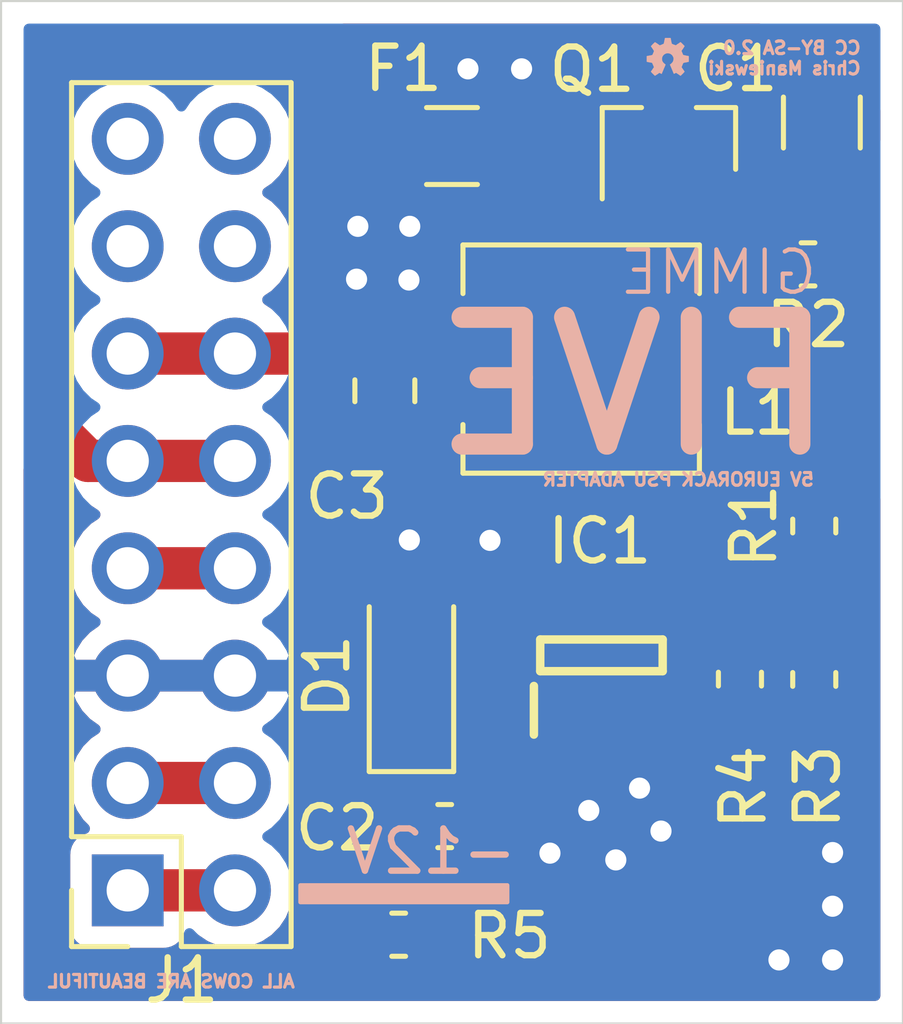
<source format=kicad_pcb>
(kicad_pcb (version 20171130) (host pcbnew "(5.1.6-0-10_14)")

  (general
    (thickness 1.6)
    (drawings 11)
    (tracks 88)
    (zones 0)
    (modules 15)
    (nets 18)
  )

  (page A4)
  (layers
    (0 F.Cu signal)
    (31 B.Cu signal)
    (32 B.Adhes user)
    (33 F.Adhes user)
    (34 B.Paste user)
    (35 F.Paste user)
    (36 B.SilkS user)
    (37 F.SilkS user)
    (38 B.Mask user)
    (39 F.Mask user)
    (40 Dwgs.User user)
    (41 Cmts.User user)
    (42 Eco1.User user)
    (43 Eco2.User user)
    (44 Edge.Cuts user)
    (45 Margin user)
    (46 B.CrtYd user hide)
    (47 F.CrtYd user hide)
    (48 B.Fab user hide)
    (49 F.Fab user hide)
  )

  (setup
    (last_trace_width 1)
    (user_trace_width 0.3)
    (user_trace_width 0.5)
    (user_trace_width 0.75)
    (user_trace_width 1)
    (trace_clearance 0.2)
    (zone_clearance 0.508)
    (zone_45_only no)
    (trace_min 0.2)
    (via_size 0.8)
    (via_drill 0.4)
    (via_min_size 0.4)
    (via_min_drill 0.3)
    (user_via 1 0.5)
    (uvia_size 0.3)
    (uvia_drill 0.1)
    (uvias_allowed no)
    (uvia_min_size 0.2)
    (uvia_min_drill 0.1)
    (edge_width 0.05)
    (segment_width 0.2)
    (pcb_text_width 0.3)
    (pcb_text_size 1.5 1.5)
    (mod_edge_width 0.12)
    (mod_text_size 1 1)
    (mod_text_width 0.15)
    (pad_size 1.524 1.524)
    (pad_drill 0.762)
    (pad_to_mask_clearance 0.05)
    (aux_axis_origin 0 0)
    (visible_elements FFFFFF7F)
    (pcbplotparams
      (layerselection 0x010fc_ffffffff)
      (usegerberextensions false)
      (usegerberattributes true)
      (usegerberadvancedattributes true)
      (creategerberjobfile true)
      (excludeedgelayer true)
      (linewidth 0.100000)
      (plotframeref false)
      (viasonmask false)
      (mode 1)
      (useauxorigin false)
      (hpglpennumber 1)
      (hpglpenspeed 20)
      (hpglpendiameter 15.000000)
      (psnegative false)
      (psa4output false)
      (plotreference true)
      (plotvalue true)
      (plotinvisibletext false)
      (padsonsilk false)
      (subtractmaskfromsilk false)
      (outputformat 1)
      (mirror false)
      (drillshape 0)
      (scaleselection 1)
      (outputdirectory "gerber/"))
  )

  (net 0 "")
  (net 1 GND)
  (net 2 "Net-(C2-Pad2)")
  (net 3 +12V)
  (net 4 -12V)
  (net 5 +5V)
  (net 6 "Net-(C1-Pad2)")
  (net 7 "Net-(IC1-Pad4)")
  (net 8 "Net-(IC1-Pad3)")
  (net 9 "Net-(C2-Pad1)")
  (net 10 "Net-(F1-Pad1)")
  (net 11 "Net-(R3-Pad2)")
  (net 12 "Net-(J1-Pad3)")
  (net 13 "Net-(J1-Pad16)")
  (net 14 "Net-(J1-Pad15)")
  (net 15 "Net-(J1-Pad14)")
  (net 16 "Net-(J1-Pad13)")
  (net 17 "Net-(J1-Pad7)")

  (net_class Default "This is the default net class."
    (clearance 0.2)
    (trace_width 0.25)
    (via_dia 0.8)
    (via_drill 0.4)
    (uvia_dia 0.3)
    (uvia_drill 0.1)
    (add_net +12V)
    (add_net +5V)
    (add_net -12V)
    (add_net GND)
    (add_net "Net-(C1-Pad2)")
    (add_net "Net-(C2-Pad1)")
    (add_net "Net-(C2-Pad2)")
    (add_net "Net-(F1-Pad1)")
    (add_net "Net-(IC1-Pad3)")
    (add_net "Net-(IC1-Pad4)")
    (add_net "Net-(J1-Pad13)")
    (add_net "Net-(J1-Pad14)")
    (add_net "Net-(J1-Pad15)")
    (add_net "Net-(J1-Pad16)")
    (add_net "Net-(J1-Pad3)")
    (add_net "Net-(J1-Pad7)")
    (add_net "Net-(R3-Pad2)")
  )

  (module gimme_five_oshw:gimme_five_oshw_silkscreen-back_1mm (layer B.Cu) (tedit 0) (tstamp 5FA507F0)
    (at 142.4 24.1 180)
    (fp_text reference G*** (at 0 -0.52832) (layer B.SilkS) hide
      (effects (font (size 0.04318 0.04318) (thickness 0.00762)) (justify mirror))
    )
    (fp_text value gimme_five_oshw_silkscreen-back_1mm (at 0 0.52832) (layer B.SilkS) hide
      (effects (font (size 0.04318 0.04318) (thickness 0.00762)) (justify mirror))
    )
    (fp_poly (pts (xy 0.30226 -0.44704) (xy 0.29718 -0.4445) (xy 0.28448 -0.43688) (xy 0.26924 -0.42672)
      (xy 0.24892 -0.41402) (xy 0.2286 -0.40132) (xy 0.21336 -0.38862) (xy 0.20066 -0.381)
      (xy 0.19558 -0.37846) (xy 0.19304 -0.381) (xy 0.18542 -0.38608) (xy 0.17018 -0.39116)
      (xy 0.16256 -0.39624) (xy 0.14986 -0.40132) (xy 0.14478 -0.40386) (xy 0.14224 -0.40132)
      (xy 0.13716 -0.39116) (xy 0.13208 -0.37592) (xy 0.12192 -0.35306) (xy 0.11176 -0.32766)
      (xy 0.09906 -0.29972) (xy 0.0889 -0.27178) (xy 0.0762 -0.24638) (xy 0.06604 -0.22098)
      (xy 0.05842 -0.2032) (xy 0.05334 -0.18796) (xy 0.0508 -0.18288) (xy 0.05334 -0.18288)
      (xy 0.05842 -0.17526) (xy 0.06858 -0.16764) (xy 0.09398 -0.14732) (xy 0.11684 -0.11938)
      (xy 0.13208 -0.08636) (xy 0.13462 -0.04826) (xy 0.13208 -0.01524) (xy 0.11938 0.01524)
      (xy 0.09652 0.04572) (xy 0.06858 0.06604) (xy 0.03556 0.08128) (xy 0 0.08382)
      (xy -0.03302 0.08128) (xy -0.06604 0.06858) (xy -0.09652 0.04572) (xy -0.10922 0.03048)
      (xy -0.127 0) (xy -0.13716 -0.02794) (xy -0.13716 -0.03556) (xy -0.13462 -0.07112)
      (xy -0.12446 -0.10668) (xy -0.10668 -0.13462) (xy -0.08128 -0.16002) (xy -0.07874 -0.16256)
      (xy -0.06604 -0.17272) (xy -0.05842 -0.1778) (xy -0.0508 -0.18288) (xy -0.09652 -0.28956)
      (xy -0.10414 -0.30734) (xy -0.11684 -0.33782) (xy -0.127 -0.36322) (xy -0.13462 -0.38354)
      (xy -0.14224 -0.39624) (xy -0.14478 -0.40132) (xy -0.14732 -0.40132) (xy -0.15494 -0.39878)
      (xy -0.17018 -0.39116) (xy -0.18034 -0.38608) (xy -0.19304 -0.381) (xy -0.19812 -0.37846)
      (xy -0.2032 -0.381) (xy -0.21336 -0.38862) (xy -0.2286 -0.39878) (xy -0.24892 -0.41148)
      (xy -0.2667 -0.42418) (xy -0.28448 -0.43688) (xy -0.29464 -0.4445) (xy -0.30226 -0.44704)
      (xy -0.30734 -0.4445) (xy -0.3175 -0.43688) (xy -0.33274 -0.42164) (xy -0.35306 -0.40132)
      (xy -0.3556 -0.39878) (xy -0.37338 -0.381) (xy -0.38608 -0.36576) (xy -0.39624 -0.3556)
      (xy -0.39878 -0.35306) (xy -0.39624 -0.34544) (xy -0.38862 -0.33274) (xy -0.37846 -0.3175)
      (xy -0.36322 -0.29718) (xy -0.32766 -0.24384) (xy -0.34798 -0.19558) (xy -0.35306 -0.18034)
      (xy -0.36068 -0.16256) (xy -0.3683 -0.14986) (xy -0.37084 -0.14478) (xy -0.37592 -0.14224)
      (xy -0.38862 -0.1397) (xy -0.40894 -0.13462) (xy -0.4318 -0.13208) (xy -0.45466 -0.127)
      (xy -0.47244 -0.12192) (xy -0.48768 -0.11938) (xy -0.4953 -0.11938) (xy -0.4953 -0.11684)
      (xy -0.49784 -0.1143) (xy -0.49784 -0.10922) (xy -0.49784 -0.09652) (xy -0.49784 -0.0762)
      (xy -0.49784 -0.04826) (xy -0.49784 -0.04572) (xy -0.49784 -0.02032) (xy -0.49784 0)
      (xy -0.49784 0.0127) (xy -0.4953 0.01778) (xy -0.49022 0.02032) (xy -0.47498 0.02286)
      (xy -0.4572 0.0254) (xy -0.4318 0.03048) (xy -0.4064 0.03556) (xy -0.38862 0.04064)
      (xy -0.37338 0.04318) (xy -0.3683 0.04572) (xy -0.36576 0.04572) (xy -0.36068 0.05588)
      (xy -0.3556 0.07112) (xy -0.34798 0.0889) (xy -0.34036 0.10668) (xy -0.33274 0.12446)
      (xy -0.32766 0.13462) (xy -0.32766 0.14224) (xy -0.3302 0.14732) (xy -0.33782 0.16002)
      (xy -0.35052 0.17526) (xy -0.36322 0.19558) (xy -0.36576 0.19812) (xy -0.37846 0.21844)
      (xy -0.38862 0.23622) (xy -0.39624 0.24638) (xy -0.39878 0.25146) (xy -0.39878 0.254)
      (xy -0.39624 0.25908) (xy -0.38608 0.26924) (xy -0.37084 0.28448) (xy -0.35306 0.30226)
      (xy -0.34798 0.30734) (xy -0.32766 0.32766) (xy -0.31496 0.34036) (xy -0.3048 0.34544)
      (xy -0.30226 0.34798) (xy -0.29464 0.34544) (xy -0.28194 0.33528) (xy -0.2667 0.32512)
      (xy -0.24638 0.30988) (xy -0.24384 0.30988) (xy -0.22352 0.29718) (xy -0.20828 0.28448)
      (xy -0.19558 0.27686) (xy -0.1905 0.27432) (xy -0.18288 0.27686) (xy -0.16764 0.28194)
      (xy -0.14986 0.28702) (xy -0.13208 0.29464) (xy -0.1143 0.30226) (xy -0.1016 0.30734)
      (xy -0.09652 0.31242) (xy -0.09398 0.32004) (xy -0.09144 0.33528) (xy -0.08636 0.3556)
      (xy -0.08128 0.37846) (xy -0.08128 0.38354) (xy -0.0762 0.4064) (xy -0.07366 0.42672)
      (xy -0.06858 0.43942) (xy -0.06858 0.44704) (xy -0.06604 0.44704) (xy -0.05334 0.44704)
      (xy -0.03556 0.44704) (xy -0.0127 0.44704) (xy 0.00762 0.44704) (xy 0.02794 0.44704)
      (xy 0.04826 0.44704) (xy 0.06096 0.44704) (xy 0.06604 0.4445) (xy 0.06858 0.43688)
      (xy 0.07112 0.42164) (xy 0.0762 0.40132) (xy 0.08128 0.37592) (xy 0.08128 0.37338)
      (xy 0.08636 0.34798) (xy 0.09144 0.3302) (xy 0.09398 0.31496) (xy 0.09398 0.30988)
      (xy 0.09652 0.30988) (xy 0.10668 0.3048) (xy 0.12192 0.29972) (xy 0.14224 0.28956)
      (xy 0.18796 0.27178) (xy 0.24384 0.30988) (xy 0.24892 0.31496) (xy 0.26924 0.32766)
      (xy 0.28702 0.33782) (xy 0.29718 0.34544) (xy 0.30226 0.34798) (xy 0.30734 0.3429)
      (xy 0.32004 0.33274) (xy 0.33528 0.3175) (xy 0.35306 0.30226) (xy 0.36576 0.28702)
      (xy 0.381 0.27178) (xy 0.39116 0.26162) (xy 0.39624 0.254) (xy 0.39878 0.25146)
      (xy 0.39624 0.24892) (xy 0.3937 0.2413) (xy 0.38608 0.23114) (xy 0.37338 0.21336)
      (xy 0.36068 0.19304) (xy 0.34798 0.17526) (xy 0.33782 0.15748) (xy 0.3302 0.14478)
      (xy 0.32512 0.13716) (xy 0.32766 0.13462) (xy 0.3302 0.12446) (xy 0.33782 0.10668)
      (xy 0.34544 0.08636) (xy 0.36576 0.04318) (xy 0.3937 0.0381) (xy 0.41148 0.03302)
      (xy 0.43688 0.03048) (xy 0.45974 0.0254) (xy 0.49784 0.01778) (xy 0.49784 -0.1143)
      (xy 0.49276 -0.11684) (xy 0.48768 -0.11938) (xy 0.47498 -0.12192) (xy 0.45466 -0.127)
      (xy 0.4318 -0.12954) (xy 0.41148 -0.13462) (xy 0.39116 -0.13716) (xy 0.37846 -0.1397)
      (xy 0.37084 -0.14224) (xy 0.37084 -0.14478) (xy 0.36576 -0.15494) (xy 0.35814 -0.17018)
      (xy 0.35052 -0.18796) (xy 0.3429 -0.20574) (xy 0.33528 -0.22352) (xy 0.3302 -0.23622)
      (xy 0.32766 -0.24384) (xy 0.3302 -0.24892) (xy 0.33782 -0.26162) (xy 0.35052 -0.27686)
      (xy 0.36322 -0.29718) (xy 0.37592 -0.3175) (xy 0.38862 -0.33274) (xy 0.39624 -0.34544)
      (xy 0.39878 -0.35052) (xy 0.39624 -0.3556) (xy 0.38862 -0.36322) (xy 0.37592 -0.37846)
      (xy 0.35306 -0.40132) (xy 0.34798 -0.40386) (xy 0.33274 -0.42164) (xy 0.3175 -0.43434)
      (xy 0.30734 -0.4445) (xy 0.30226 -0.44704)) (layer B.SilkS) (width 0.00254))
  )

  (module Capacitor_SMD:C_0805_2012Metric (layer F.Cu) (tedit 5B36C52B) (tstamp 5FA4701F)
    (at 135.7 32 270)
    (descr "Capacitor SMD 0805 (2012 Metric), square (rectangular) end terminal, IPC_7351 nominal, (Body size source: https://docs.google.com/spreadsheets/d/1BsfQQcO9C6DZCsRaXUlFlo91Tg2WpOkGARC1WS5S8t0/edit?usp=sharing), generated with kicad-footprint-generator")
    (tags capacitor)
    (path /5FA971CA)
    (attr smd)
    (fp_text reference C3 (at 2.5 0.9 180) (layer F.SilkS)
      (effects (font (size 1 1) (thickness 0.15)))
    )
    (fp_text value 22u (at 0 1.65 90) (layer F.Fab)
      (effects (font (size 1 1) (thickness 0.15)))
    )
    (fp_text user %R (at 0 0 90) (layer F.Fab)
      (effects (font (size 0.5 0.5) (thickness 0.08)))
    )
    (fp_line (start -1 0.6) (end -1 -0.6) (layer F.Fab) (width 0.1))
    (fp_line (start -1 -0.6) (end 1 -0.6) (layer F.Fab) (width 0.1))
    (fp_line (start 1 -0.6) (end 1 0.6) (layer F.Fab) (width 0.1))
    (fp_line (start 1 0.6) (end -1 0.6) (layer F.Fab) (width 0.1))
    (fp_line (start -0.258578 -0.71) (end 0.258578 -0.71) (layer F.SilkS) (width 0.12))
    (fp_line (start -0.258578 0.71) (end 0.258578 0.71) (layer F.SilkS) (width 0.12))
    (fp_line (start -1.68 0.95) (end -1.68 -0.95) (layer F.CrtYd) (width 0.05))
    (fp_line (start -1.68 -0.95) (end 1.68 -0.95) (layer F.CrtYd) (width 0.05))
    (fp_line (start 1.68 -0.95) (end 1.68 0.95) (layer F.CrtYd) (width 0.05))
    (fp_line (start 1.68 0.95) (end -1.68 0.95) (layer F.CrtYd) (width 0.05))
    (pad 2 smd roundrect (at 0.9375 0 270) (size 0.975 1.4) (layers F.Cu F.Paste F.Mask) (roundrect_rratio 0.25)
      (net 1 GND))
    (pad 1 smd roundrect (at -0.9375 0 270) (size 0.975 1.4) (layers F.Cu F.Paste F.Mask) (roundrect_rratio 0.25)
      (net 5 +5V))
    (model ${KISYS3DMOD}/Capacitor_SMD.3dshapes/C_0805_2012Metric.wrl
      (at (xyz 0 0 0))
      (scale (xyz 1 1 1))
      (rotate (xyz 0 0 0))
    )
  )

  (module Capacitor_SMD:C_1206_3216Metric (layer F.Cu) (tedit 5B301BBE) (tstamp 5FA4DE92)
    (at 146.05 25.654 270)
    (descr "Capacitor SMD 1206 (3216 Metric), square (rectangular) end terminal, IPC_7351 nominal, (Body size source: http://www.tortai-tech.com/upload/download/2011102023233369053.pdf), generated with kicad-footprint-generator")
    (tags capacitor)
    (path /5FA99DE8)
    (attr smd)
    (fp_text reference C1 (at -1.27 2.032 180) (layer F.SilkS)
      (effects (font (size 1 1) (thickness 0.15)))
    )
    (fp_text value 10u (at 0 1.82 90) (layer F.Fab)
      (effects (font (size 1 1) (thickness 0.15)))
    )
    (fp_text user %R (at 0 0 90) (layer F.Fab)
      (effects (font (size 0.8 0.8) (thickness 0.12)))
    )
    (fp_line (start -1.6 0.8) (end -1.6 -0.8) (layer F.Fab) (width 0.1))
    (fp_line (start -1.6 -0.8) (end 1.6 -0.8) (layer F.Fab) (width 0.1))
    (fp_line (start 1.6 -0.8) (end 1.6 0.8) (layer F.Fab) (width 0.1))
    (fp_line (start 1.6 0.8) (end -1.6 0.8) (layer F.Fab) (width 0.1))
    (fp_line (start -0.602064 -0.91) (end 0.602064 -0.91) (layer F.SilkS) (width 0.12))
    (fp_line (start -0.602064 0.91) (end 0.602064 0.91) (layer F.SilkS) (width 0.12))
    (fp_line (start -2.28 1.12) (end -2.28 -1.12) (layer F.CrtYd) (width 0.05))
    (fp_line (start -2.28 -1.12) (end 2.28 -1.12) (layer F.CrtYd) (width 0.05))
    (fp_line (start 2.28 -1.12) (end 2.28 1.12) (layer F.CrtYd) (width 0.05))
    (fp_line (start 2.28 1.12) (end -2.28 1.12) (layer F.CrtYd) (width 0.05))
    (pad 2 smd roundrect (at 1.4 0 270) (size 1.25 1.75) (layers F.Cu F.Paste F.Mask) (roundrect_rratio 0.2)
      (net 6 "Net-(C1-Pad2)"))
    (pad 1 smd roundrect (at -1.4 0 270) (size 1.25 1.75) (layers F.Cu F.Paste F.Mask) (roundrect_rratio 0.2)
      (net 1 GND))
    (model ${KISYS3DMOD}/Capacitor_SMD.3dshapes/C_1206_3216Metric.wrl
      (at (xyz 0 0 0))
      (scale (xyz 1 1 1))
      (rotate (xyz 0 0 0))
    )
  )

  (module Inductor_SMD:L_Sunlord_MWSA0518_5.4x5.2mm (layer F.Cu) (tedit 5DB5FB51) (tstamp 5FA4502C)
    (at 140.35 31.25)
    (descr "Inductor, Sunlord, MWSA0518, 5.4mmx5.2mm")
    (tags "inductor Sunlord smd")
    (path /5FA88BCF)
    (attr smd)
    (fp_text reference L1 (at 4.176 1.262) (layer F.SilkS)
      (effects (font (size 1 1) (thickness 0.15)))
    )
    (fp_text value 10u (at 0 4.1) (layer F.Fab)
      (effects (font (size 1 1) (thickness 0.15)))
    )
    (fp_text user %R (at 0 0) (layer F.Fab)
      (effects (font (size 1 1) (thickness 0.15)))
    )
    (fp_line (start -2.7 -2.6) (end 2.7 -2.6) (layer F.Fab) (width 0.1))
    (fp_line (start 2.7 -2.6) (end 2.7 2.6) (layer F.Fab) (width 0.1))
    (fp_line (start 2.7 2.6) (end -2.7 2.6) (layer F.Fab) (width 0.1))
    (fp_line (start -2.7 2.6) (end -2.7 -2.6) (layer F.Fab) (width 0.1))
    (fp_line (start -3.25 -2.85) (end 3.25 -2.85) (layer F.CrtYd) (width 0.05))
    (fp_line (start 3.25 -2.85) (end 3.25 2.85) (layer F.CrtYd) (width 0.05))
    (fp_line (start 3.25 2.85) (end -3.25 2.85) (layer F.CrtYd) (width 0.05))
    (fp_line (start -3.25 2.85) (end -3.25 -2.85) (layer F.CrtYd) (width 0.05))
    (fp_line (start -2.8 -2.7) (end 2.8 -2.7) (layer F.SilkS) (width 0.12))
    (fp_line (start -2.8 2.7) (end 2.8 2.7) (layer F.SilkS) (width 0.12))
    (fp_line (start -2.8 -2.7) (end -2.8 -1.55) (layer F.SilkS) (width 0.12))
    (fp_line (start -2.8 2.7) (end -2.8 1.55) (layer F.SilkS) (width 0.12))
    (fp_line (start 2.8 -2.7) (end 2.8 -1.55) (layer F.SilkS) (width 0.12))
    (fp_line (start 2.8 2.7) (end 2.8 1.55) (layer F.SilkS) (width 0.12))
    (pad 2 smd rect (at 2.05 0) (size 1.9 2.5) (layers F.Cu F.Paste F.Mask)
      (net 2 "Net-(C2-Pad2)"))
    (pad 1 smd rect (at -2.05 0) (size 1.9 2.5) (layers F.Cu F.Paste F.Mask)
      (net 5 +5V))
    (model ${KISYS3DMOD}/Inductor_SMD.3dshapes/L_Sunlord_MWSA0518.wrl
      (at (xyz 0 0 0))
      (scale (xyz 1 1 1))
      (rotate (xyz 0 0 0))
    )
  )

  (module Resistor_SMD:R_0603_1608Metric (layer F.Cu) (tedit 5B301BBD) (tstamp 5FA4D28F)
    (at 136.0275 44.87 180)
    (descr "Resistor SMD 0603 (1608 Metric), square (rectangular) end terminal, IPC_7351 nominal, (Body size source: http://www.tortai-tech.com/upload/download/2011102023233369053.pdf), generated with kicad-footprint-generator")
    (tags resistor)
    (path /5FA79C87)
    (attr smd)
    (fp_text reference R5 (at -2.6225 -0.03) (layer F.SilkS)
      (effects (font (size 1 1) (thickness 0.15)))
    )
    (fp_text value 56k (at 0 1.43) (layer F.Fab)
      (effects (font (size 1 1) (thickness 0.15)))
    )
    (fp_line (start -0.8 0.4) (end -0.8 -0.4) (layer F.Fab) (width 0.1))
    (fp_line (start -0.8 -0.4) (end 0.8 -0.4) (layer F.Fab) (width 0.1))
    (fp_line (start 0.8 -0.4) (end 0.8 0.4) (layer F.Fab) (width 0.1))
    (fp_line (start 0.8 0.4) (end -0.8 0.4) (layer F.Fab) (width 0.1))
    (fp_line (start -0.162779 -0.51) (end 0.162779 -0.51) (layer F.SilkS) (width 0.12))
    (fp_line (start -0.162779 0.51) (end 0.162779 0.51) (layer F.SilkS) (width 0.12))
    (fp_line (start -1.48 0.73) (end -1.48 -0.73) (layer F.CrtYd) (width 0.05))
    (fp_line (start -1.48 -0.73) (end 1.48 -0.73) (layer F.CrtYd) (width 0.05))
    (fp_line (start 1.48 -0.73) (end 1.48 0.73) (layer F.CrtYd) (width 0.05))
    (fp_line (start 1.48 0.73) (end -1.48 0.73) (layer F.CrtYd) (width 0.05))
    (fp_text user %R (at 0 0) (layer F.Fab)
      (effects (font (size 0.4 0.4) (thickness 0.06)))
    )
    (pad 2 smd roundrect (at 0.7875 0 180) (size 0.875 0.95) (layers F.Cu F.Paste F.Mask) (roundrect_rratio 0.25)
      (net 5 +5V))
    (pad 1 smd roundrect (at -0.7875 0 180) (size 0.875 0.95) (layers F.Cu F.Paste F.Mask) (roundrect_rratio 0.25)
      (net 8 "Net-(IC1-Pad3)"))
    (model ${KISYS3DMOD}/Resistor_SMD.3dshapes/R_0603_1608Metric.wrl
      (at (xyz 0 0 0))
      (scale (xyz 1 1 1))
      (rotate (xyz 0 0 0))
    )
  )

  (module Resistor_SMD:R_0603_1608Metric (layer F.Cu) (tedit 5B301BBD) (tstamp 5FA4765B)
    (at 144.11 38.8225 270)
    (descr "Resistor SMD 0603 (1608 Metric), square (rectangular) end terminal, IPC_7351 nominal, (Body size source: http://www.tortai-tech.com/upload/download/2011102023233369053.pdf), generated with kicad-footprint-generator")
    (tags resistor)
    (path /5FA7A0F7)
    (attr smd)
    (fp_text reference R4 (at 2.5575 -0.08 90) (layer F.SilkS)
      (effects (font (size 1 1) (thickness 0.15)))
    )
    (fp_text value 10k (at 0 1.43 90) (layer F.Fab)
      (effects (font (size 1 1) (thickness 0.15)))
    )
    (fp_line (start -0.8 0.4) (end -0.8 -0.4) (layer F.Fab) (width 0.1))
    (fp_line (start -0.8 -0.4) (end 0.8 -0.4) (layer F.Fab) (width 0.1))
    (fp_line (start 0.8 -0.4) (end 0.8 0.4) (layer F.Fab) (width 0.1))
    (fp_line (start 0.8 0.4) (end -0.8 0.4) (layer F.Fab) (width 0.1))
    (fp_line (start -0.162779 -0.51) (end 0.162779 -0.51) (layer F.SilkS) (width 0.12))
    (fp_line (start -0.162779 0.51) (end 0.162779 0.51) (layer F.SilkS) (width 0.12))
    (fp_line (start -1.48 0.73) (end -1.48 -0.73) (layer F.CrtYd) (width 0.05))
    (fp_line (start -1.48 -0.73) (end 1.48 -0.73) (layer F.CrtYd) (width 0.05))
    (fp_line (start 1.48 -0.73) (end 1.48 0.73) (layer F.CrtYd) (width 0.05))
    (fp_line (start 1.48 0.73) (end -1.48 0.73) (layer F.CrtYd) (width 0.05))
    (fp_text user %R (at 0 0 90) (layer F.Fab)
      (effects (font (size 0.4 0.4) (thickness 0.06)))
    )
    (pad 2 smd roundrect (at 0.7875 0 270) (size 0.875 0.95) (layers F.Cu F.Paste F.Mask) (roundrect_rratio 0.25)
      (net 8 "Net-(IC1-Pad3)"))
    (pad 1 smd roundrect (at -0.7875 0 270) (size 0.875 0.95) (layers F.Cu F.Paste F.Mask) (roundrect_rratio 0.25)
      (net 11 "Net-(R3-Pad2)"))
    (model ${KISYS3DMOD}/Resistor_SMD.3dshapes/R_0603_1608Metric.wrl
      (at (xyz 0 0 0))
      (scale (xyz 1 1 1))
      (rotate (xyz 0 0 0))
    )
  )

  (module Resistor_SMD:R_0603_1608Metric (layer F.Cu) (tedit 5B301BBD) (tstamp 5FA4D26D)
    (at 145.87 38.83 90)
    (descr "Resistor SMD 0603 (1608 Metric), square (rectangular) end terminal, IPC_7351 nominal, (Body size source: http://www.tortai-tech.com/upload/download/2011102023233369053.pdf), generated with kicad-footprint-generator")
    (tags resistor)
    (path /5FA7A2A1)
    (attr smd)
    (fp_text reference R3 (at -2.54 0.08 90) (layer F.SilkS)
      (effects (font (size 1 1) (thickness 0.15)))
    )
    (fp_text value 820R (at 0 1.43 90) (layer F.Fab)
      (effects (font (size 1 1) (thickness 0.15)))
    )
    (fp_line (start -0.8 0.4) (end -0.8 -0.4) (layer F.Fab) (width 0.1))
    (fp_line (start -0.8 -0.4) (end 0.8 -0.4) (layer F.Fab) (width 0.1))
    (fp_line (start 0.8 -0.4) (end 0.8 0.4) (layer F.Fab) (width 0.1))
    (fp_line (start 0.8 0.4) (end -0.8 0.4) (layer F.Fab) (width 0.1))
    (fp_line (start -0.162779 -0.51) (end 0.162779 -0.51) (layer F.SilkS) (width 0.12))
    (fp_line (start -0.162779 0.51) (end 0.162779 0.51) (layer F.SilkS) (width 0.12))
    (fp_line (start -1.48 0.73) (end -1.48 -0.73) (layer F.CrtYd) (width 0.05))
    (fp_line (start -1.48 -0.73) (end 1.48 -0.73) (layer F.CrtYd) (width 0.05))
    (fp_line (start 1.48 -0.73) (end 1.48 0.73) (layer F.CrtYd) (width 0.05))
    (fp_line (start 1.48 0.73) (end -1.48 0.73) (layer F.CrtYd) (width 0.05))
    (fp_text user %R (at 0 0 90) (layer F.Fab)
      (effects (font (size 0.4 0.4) (thickness 0.06)))
    )
    (pad 2 smd roundrect (at 0.7875 0 90) (size 0.875 0.95) (layers F.Cu F.Paste F.Mask) (roundrect_rratio 0.25)
      (net 11 "Net-(R3-Pad2)"))
    (pad 1 smd roundrect (at -0.7875 0 90) (size 0.875 0.95) (layers F.Cu F.Paste F.Mask) (roundrect_rratio 0.25)
      (net 1 GND))
    (model ${KISYS3DMOD}/Resistor_SMD.3dshapes/R_0603_1608Metric.wrl
      (at (xyz 0 0 0))
      (scale (xyz 1 1 1))
      (rotate (xyz 0 0 0))
    )
  )

  (module Resistor_SMD:R_0603_1608Metric (layer F.Cu) (tedit 5B301BBD) (tstamp 5FA4E89C)
    (at 145.7225 29.01 180)
    (descr "Resistor SMD 0603 (1608 Metric), square (rectangular) end terminal, IPC_7351 nominal, (Body size source: http://www.tortai-tech.com/upload/download/2011102023233369053.pdf), generated with kicad-footprint-generator")
    (tags resistor)
    (path /5FA7B492)
    (attr smd)
    (fp_text reference R2 (at 0 -1.43) (layer F.SilkS)
      (effects (font (size 1 1) (thickness 0.15)))
    )
    (fp_text value 100k (at 0 1.43) (layer F.Fab)
      (effects (font (size 1 1) (thickness 0.15)))
    )
    (fp_line (start -0.8 0.4) (end -0.8 -0.4) (layer F.Fab) (width 0.1))
    (fp_line (start -0.8 -0.4) (end 0.8 -0.4) (layer F.Fab) (width 0.1))
    (fp_line (start 0.8 -0.4) (end 0.8 0.4) (layer F.Fab) (width 0.1))
    (fp_line (start 0.8 0.4) (end -0.8 0.4) (layer F.Fab) (width 0.1))
    (fp_line (start -0.162779 -0.51) (end 0.162779 -0.51) (layer F.SilkS) (width 0.12))
    (fp_line (start -0.162779 0.51) (end 0.162779 0.51) (layer F.SilkS) (width 0.12))
    (fp_line (start -1.48 0.73) (end -1.48 -0.73) (layer F.CrtYd) (width 0.05))
    (fp_line (start -1.48 -0.73) (end 1.48 -0.73) (layer F.CrtYd) (width 0.05))
    (fp_line (start 1.48 -0.73) (end 1.48 0.73) (layer F.CrtYd) (width 0.05))
    (fp_line (start 1.48 0.73) (end -1.48 0.73) (layer F.CrtYd) (width 0.05))
    (fp_text user %R (at 0 0) (layer F.Fab)
      (effects (font (size 0.4 0.4) (thickness 0.06)))
    )
    (pad 2 smd roundrect (at 0.7875 0 180) (size 0.875 0.95) (layers F.Cu F.Paste F.Mask) (roundrect_rratio 0.25)
      (net 6 "Net-(C1-Pad2)"))
    (pad 1 smd roundrect (at -0.7875 0 180) (size 0.875 0.95) (layers F.Cu F.Paste F.Mask) (roundrect_rratio 0.25)
      (net 7 "Net-(IC1-Pad4)"))
    (model ${KISYS3DMOD}/Resistor_SMD.3dshapes/R_0603_1608Metric.wrl
      (at (xyz 0 0 0))
      (scale (xyz 1 1 1))
      (rotate (xyz 0 0 0))
    )
  )

  (module Resistor_SMD:R_0603_1608Metric (layer F.Cu) (tedit 5B301BBD) (tstamp 5FA4E86C)
    (at 145.87 35.2 90)
    (descr "Resistor SMD 0603 (1608 Metric), square (rectangular) end terminal, IPC_7351 nominal, (Body size source: http://www.tortai-tech.com/upload/download/2011102023233369053.pdf), generated with kicad-footprint-generator")
    (tags resistor)
    (path /5FA7B651)
    (attr smd)
    (fp_text reference R1 (at 0 -1.43 90) (layer F.SilkS)
      (effects (font (size 1 1) (thickness 0.15)))
    )
    (fp_text value 68k (at 0 1.43 90) (layer F.Fab)
      (effects (font (size 1 1) (thickness 0.15)))
    )
    (fp_line (start -0.8 0.4) (end -0.8 -0.4) (layer F.Fab) (width 0.1))
    (fp_line (start -0.8 -0.4) (end 0.8 -0.4) (layer F.Fab) (width 0.1))
    (fp_line (start 0.8 -0.4) (end 0.8 0.4) (layer F.Fab) (width 0.1))
    (fp_line (start 0.8 0.4) (end -0.8 0.4) (layer F.Fab) (width 0.1))
    (fp_line (start -0.162779 -0.51) (end 0.162779 -0.51) (layer F.SilkS) (width 0.12))
    (fp_line (start -0.162779 0.51) (end 0.162779 0.51) (layer F.SilkS) (width 0.12))
    (fp_line (start -1.48 0.73) (end -1.48 -0.73) (layer F.CrtYd) (width 0.05))
    (fp_line (start -1.48 -0.73) (end 1.48 -0.73) (layer F.CrtYd) (width 0.05))
    (fp_line (start 1.48 -0.73) (end 1.48 0.73) (layer F.CrtYd) (width 0.05))
    (fp_line (start 1.48 0.73) (end -1.48 0.73) (layer F.CrtYd) (width 0.05))
    (fp_text user %R (at 0 0 90) (layer F.Fab)
      (effects (font (size 0.4 0.4) (thickness 0.06)))
    )
    (pad 2 smd roundrect (at 0.7875 0 90) (size 0.875 0.95) (layers F.Cu F.Paste F.Mask) (roundrect_rratio 0.25)
      (net 7 "Net-(IC1-Pad4)"))
    (pad 1 smd roundrect (at -0.7875 0 90) (size 0.875 0.95) (layers F.Cu F.Paste F.Mask) (roundrect_rratio 0.25)
      (net 1 GND))
    (model ${KISYS3DMOD}/Resistor_SMD.3dshapes/R_0603_1608Metric.wrl
      (at (xyz 0 0 0))
      (scale (xyz 1 1 1))
      (rotate (xyz 0 0 0))
    )
  )

  (module Fuse:Fuse_1206_3216Metric (layer F.Cu) (tedit 5B301BBE) (tstamp 5FA4E510)
    (at 137.29 26.21 180)
    (descr "Fuse SMD 1206 (3216 Metric), square (rectangular) end terminal, IPC_7351 nominal, (Body size source: http://www.tortai-tech.com/upload/download/2011102023233369053.pdf), generated with kicad-footprint-generator")
    (tags resistor)
    (path /5FA69F49)
    (attr smd)
    (fp_text reference F1 (at 1.15 1.83) (layer F.SilkS)
      (effects (font (size 1 1) (thickness 0.15)))
    )
    (fp_text value Polyfuse (at 0 1.82) (layer F.Fab)
      (effects (font (size 1 1) (thickness 0.15)))
    )
    (fp_line (start -1.6 0.8) (end -1.6 -0.8) (layer F.Fab) (width 0.1))
    (fp_line (start -1.6 -0.8) (end 1.6 -0.8) (layer F.Fab) (width 0.1))
    (fp_line (start 1.6 -0.8) (end 1.6 0.8) (layer F.Fab) (width 0.1))
    (fp_line (start 1.6 0.8) (end -1.6 0.8) (layer F.Fab) (width 0.1))
    (fp_line (start -0.602064 -0.91) (end 0.602064 -0.91) (layer F.SilkS) (width 0.12))
    (fp_line (start -0.602064 0.91) (end 0.602064 0.91) (layer F.SilkS) (width 0.12))
    (fp_line (start -2.28 1.12) (end -2.28 -1.12) (layer F.CrtYd) (width 0.05))
    (fp_line (start -2.28 -1.12) (end 2.28 -1.12) (layer F.CrtYd) (width 0.05))
    (fp_line (start 2.28 -1.12) (end 2.28 1.12) (layer F.CrtYd) (width 0.05))
    (fp_line (start 2.28 1.12) (end -2.28 1.12) (layer F.CrtYd) (width 0.05))
    (fp_text user %R (at 0 0) (layer F.Fab)
      (effects (font (size 0.8 0.8) (thickness 0.12)))
    )
    (pad 2 smd roundrect (at 1.4 0 180) (size 1.25 1.75) (layers F.Cu F.Paste F.Mask) (roundrect_rratio 0.2)
      (net 3 +12V))
    (pad 1 smd roundrect (at -1.4 0 180) (size 1.25 1.75) (layers F.Cu F.Paste F.Mask) (roundrect_rratio 0.2)
      (net 10 "Net-(F1-Pad1)"))
    (model ${KISYS3DMOD}/Fuse.3dshapes/Fuse_1206_3216Metric.wrl
      (at (xyz 0 0 0))
      (scale (xyz 1 1 1))
      (rotate (xyz 0 0 0))
    )
  )

  (module Diode_SMD:D_SOD-123 (layer F.Cu) (tedit 58645DC7) (tstamp 5FA4EFA7)
    (at 136.33 38.76 90)
    (descr SOD-123)
    (tags SOD-123)
    (path /5FA86794)
    (attr smd)
    (fp_text reference D1 (at 0 -2 90) (layer F.SilkS)
      (effects (font (size 1 1) (thickness 0.15)))
    )
    (fp_text value B5819W (at 0 2.1 90) (layer F.Fab)
      (effects (font (size 1 1) (thickness 0.15)))
    )
    (fp_line (start -2.25 -1) (end -2.25 1) (layer F.SilkS) (width 0.12))
    (fp_line (start 0.25 0) (end 0.75 0) (layer F.Fab) (width 0.1))
    (fp_line (start 0.25 0.4) (end -0.35 0) (layer F.Fab) (width 0.1))
    (fp_line (start 0.25 -0.4) (end 0.25 0.4) (layer F.Fab) (width 0.1))
    (fp_line (start -0.35 0) (end 0.25 -0.4) (layer F.Fab) (width 0.1))
    (fp_line (start -0.35 0) (end -0.35 0.55) (layer F.Fab) (width 0.1))
    (fp_line (start -0.35 0) (end -0.35 -0.55) (layer F.Fab) (width 0.1))
    (fp_line (start -0.75 0) (end -0.35 0) (layer F.Fab) (width 0.1))
    (fp_line (start -1.4 0.9) (end -1.4 -0.9) (layer F.Fab) (width 0.1))
    (fp_line (start 1.4 0.9) (end -1.4 0.9) (layer F.Fab) (width 0.1))
    (fp_line (start 1.4 -0.9) (end 1.4 0.9) (layer F.Fab) (width 0.1))
    (fp_line (start -1.4 -0.9) (end 1.4 -0.9) (layer F.Fab) (width 0.1))
    (fp_line (start -2.35 -1.15) (end 2.35 -1.15) (layer F.CrtYd) (width 0.05))
    (fp_line (start 2.35 -1.15) (end 2.35 1.15) (layer F.CrtYd) (width 0.05))
    (fp_line (start 2.35 1.15) (end -2.35 1.15) (layer F.CrtYd) (width 0.05))
    (fp_line (start -2.35 -1.15) (end -2.35 1.15) (layer F.CrtYd) (width 0.05))
    (fp_line (start -2.25 1) (end 1.65 1) (layer F.SilkS) (width 0.12))
    (fp_line (start -2.25 -1) (end 1.65 -1) (layer F.SilkS) (width 0.12))
    (fp_text user %R (at 0 -2 90) (layer F.Fab)
      (effects (font (size 1 1) (thickness 0.15)))
    )
    (pad 2 smd rect (at 1.65 0 90) (size 0.9 1.2) (layers F.Cu F.Paste F.Mask)
      (net 1 GND))
    (pad 1 smd rect (at -1.65 0 90) (size 0.9 1.2) (layers F.Cu F.Paste F.Mask)
      (net 2 "Net-(C2-Pad2)"))
    (model ${KISYS3DMOD}/Diode_SMD.3dshapes/D_SOD-123.wrl
      (at (xyz 0 0 0))
      (scale (xyz 1 1 1))
      (rotate (xyz 0 0 0))
    )
  )

  (module Capacitor_SMD:C_0603_1608Metric (layer F.Cu) (tedit 5B301BBE) (tstamp 5FA4D14C)
    (at 137.1175 42.3 180)
    (descr "Capacitor SMD 0603 (1608 Metric), square (rectangular) end terminal, IPC_7351 nominal, (Body size source: http://www.tortai-tech.com/upload/download/2011102023233369053.pdf), generated with kicad-footprint-generator")
    (tags capacitor)
    (path /5FA83A97)
    (attr smd)
    (fp_text reference C2 (at 2.5475 -0.05) (layer F.SilkS)
      (effects (font (size 1 1) (thickness 0.15)))
    )
    (fp_text value 10n (at 0 1.43) (layer F.Fab)
      (effects (font (size 1 1) (thickness 0.15)))
    )
    (fp_line (start -0.8 0.4) (end -0.8 -0.4) (layer F.Fab) (width 0.1))
    (fp_line (start -0.8 -0.4) (end 0.8 -0.4) (layer F.Fab) (width 0.1))
    (fp_line (start 0.8 -0.4) (end 0.8 0.4) (layer F.Fab) (width 0.1))
    (fp_line (start 0.8 0.4) (end -0.8 0.4) (layer F.Fab) (width 0.1))
    (fp_line (start -0.162779 -0.51) (end 0.162779 -0.51) (layer F.SilkS) (width 0.12))
    (fp_line (start -0.162779 0.51) (end 0.162779 0.51) (layer F.SilkS) (width 0.12))
    (fp_line (start -1.48 0.73) (end -1.48 -0.73) (layer F.CrtYd) (width 0.05))
    (fp_line (start -1.48 -0.73) (end 1.48 -0.73) (layer F.CrtYd) (width 0.05))
    (fp_line (start 1.48 -0.73) (end 1.48 0.73) (layer F.CrtYd) (width 0.05))
    (fp_line (start 1.48 0.73) (end -1.48 0.73) (layer F.CrtYd) (width 0.05))
    (fp_text user %R (at 0 0) (layer F.Fab)
      (effects (font (size 0.4 0.4) (thickness 0.06)))
    )
    (pad 2 smd roundrect (at 0.7875 0 180) (size 0.875 0.95) (layers F.Cu F.Paste F.Mask) (roundrect_rratio 0.25)
      (net 2 "Net-(C2-Pad2)"))
    (pad 1 smd roundrect (at -0.7875 0 180) (size 0.875 0.95) (layers F.Cu F.Paste F.Mask) (roundrect_rratio 0.25)
      (net 9 "Net-(C2-Pad1)"))
    (model ${KISYS3DMOD}/Capacitor_SMD.3dshapes/C_0603_1608Metric.wrl
      (at (xyz 0 0 0))
      (scale (xyz 1 1 1))
      (rotate (xyz 0 0 0))
    )
  )

  (module MP2359:SOT95P280X100-6N (layer F.Cu) (tedit 0) (tstamp 5FA4E82C)
    (at 140.83 38.26 90)
    (descr TSOT-23-6)
    (tags "Integrated Circuit")
    (path /5FA790B3)
    (attr smd)
    (fp_text reference IC1 (at 2.7 -0.04 180) (layer F.SilkS)
      (effects (font (size 1 1) (thickness 0.15)))
    )
    (fp_text value MP2359DJ-LF-Z (at 0 0 90) (layer F.SilkS) hide
      (effects (font (size 1.27 1.27) (thickness 0.254)))
    )
    (fp_line (start -2.125 -1.75) (end 2.125 -1.75) (layer F.CrtYd) (width 0.05))
    (fp_line (start 2.125 -1.75) (end 2.125 1.75) (layer F.CrtYd) (width 0.05))
    (fp_line (start 2.125 1.75) (end -2.125 1.75) (layer F.CrtYd) (width 0.05))
    (fp_line (start -2.125 1.75) (end -2.125 -1.75) (layer F.CrtYd) (width 0.05))
    (fp_line (start -0.8 -1.45) (end 0.8 -1.45) (layer F.Fab) (width 0.1))
    (fp_line (start 0.8 -1.45) (end 0.8 1.45) (layer F.Fab) (width 0.1))
    (fp_line (start 0.8 1.45) (end -0.8 1.45) (layer F.Fab) (width 0.1))
    (fp_line (start -0.8 1.45) (end -0.8 -1.45) (layer F.Fab) (width 0.1))
    (fp_line (start -0.8 -0.5) (end 0.15 -1.45) (layer F.Fab) (width 0.1))
    (fp_line (start -0.375 -1.45) (end 0.375 -1.45) (layer F.SilkS) (width 0.2))
    (fp_line (start 0.375 -1.45) (end 0.375 1.45) (layer F.SilkS) (width 0.2))
    (fp_line (start 0.375 1.45) (end -0.375 1.45) (layer F.SilkS) (width 0.2))
    (fp_line (start -0.375 1.45) (end -0.375 -1.45) (layer F.SilkS) (width 0.2))
    (fp_line (start -1.875 -1.6) (end -0.725 -1.6) (layer F.SilkS) (width 0.2))
    (fp_text user %R (at 0 0 90) (layer F.Fab)
      (effects (font (size 1.27 1.27) (thickness 0.254)))
    )
    (pad 6 smd rect (at 1.3 -0.95 180) (size 0.6 1.15) (layers F.Cu F.Paste F.Mask)
      (net 2 "Net-(C2-Pad2)"))
    (pad 5 smd rect (at 1.3 0 180) (size 0.6 1.15) (layers F.Cu F.Paste F.Mask)
      (net 6 "Net-(C1-Pad2)"))
    (pad 4 smd rect (at 1.3 0.95 180) (size 0.6 1.15) (layers F.Cu F.Paste F.Mask)
      (net 7 "Net-(IC1-Pad4)"))
    (pad 3 smd rect (at -1.3 0.95 180) (size 0.6 1.15) (layers F.Cu F.Paste F.Mask)
      (net 8 "Net-(IC1-Pad3)"))
    (pad 2 smd rect (at -1.3 0 180) (size 0.6 1.15) (layers F.Cu F.Paste F.Mask)
      (net 1 GND))
    (pad 1 smd rect (at -1.3 -0.95 180) (size 0.6 1.15) (layers F.Cu F.Paste F.Mask)
      (net 9 "Net-(C2-Pad1)"))
    (model MP2359DJ-LF-Z.stp
      (at (xyz 0 0 0))
      (scale (xyz 1 1 1))
      (rotate (xyz 0 0 0))
    )
  )

  (module Package_TO_SOT_SMD:SOT-23 (layer F.Cu) (tedit 5A02FF57) (tstamp 5FA4DB51)
    (at 142.428 26.06 90)
    (descr "SOT-23, Standard")
    (tags SOT-23)
    (path /5FA6B109)
    (attr smd)
    (fp_text reference Q1 (at 1.66 -1.82 180) (layer F.SilkS)
      (effects (font (size 1 1) (thickness 0.15)))
    )
    (fp_text value AO3401A (at 0 2.5 90) (layer F.Fab)
      (effects (font (size 1 1) (thickness 0.15)))
    )
    (fp_line (start -0.7 -0.95) (end -0.7 1.5) (layer F.Fab) (width 0.1))
    (fp_line (start -0.15 -1.52) (end 0.7 -1.52) (layer F.Fab) (width 0.1))
    (fp_line (start -0.7 -0.95) (end -0.15 -1.52) (layer F.Fab) (width 0.1))
    (fp_line (start 0.7 -1.52) (end 0.7 1.52) (layer F.Fab) (width 0.1))
    (fp_line (start -0.7 1.52) (end 0.7 1.52) (layer F.Fab) (width 0.1))
    (fp_line (start 0.76 1.58) (end 0.76 0.65) (layer F.SilkS) (width 0.12))
    (fp_line (start 0.76 -1.58) (end 0.76 -0.65) (layer F.SilkS) (width 0.12))
    (fp_line (start -1.7 -1.75) (end 1.7 -1.75) (layer F.CrtYd) (width 0.05))
    (fp_line (start 1.7 -1.75) (end 1.7 1.75) (layer F.CrtYd) (width 0.05))
    (fp_line (start 1.7 1.75) (end -1.7 1.75) (layer F.CrtYd) (width 0.05))
    (fp_line (start -1.7 1.75) (end -1.7 -1.75) (layer F.CrtYd) (width 0.05))
    (fp_line (start 0.76 -1.58) (end -1.4 -1.58) (layer F.SilkS) (width 0.12))
    (fp_line (start 0.76 1.58) (end -0.7 1.58) (layer F.SilkS) (width 0.12))
    (fp_text user %R (at 0 0) (layer F.Fab)
      (effects (font (size 0.5 0.5) (thickness 0.075)))
    )
    (pad 3 smd rect (at 1 0 90) (size 0.9 0.8) (layers F.Cu F.Paste F.Mask)
      (net 10 "Net-(F1-Pad1)"))
    (pad 2 smd rect (at -1 0.95 90) (size 0.9 0.8) (layers F.Cu F.Paste F.Mask)
      (net 6 "Net-(C1-Pad2)"))
    (pad 1 smd rect (at -1 -0.95 90) (size 0.9 0.8) (layers F.Cu F.Paste F.Mask)
      (net 1 GND))
    (model ${KISYS3DMOD}/Package_TO_SOT_SMD.3dshapes/SOT-23.wrl
      (at (xyz 0 0 0))
      (scale (xyz 1 1 1))
      (rotate (xyz 0 0 0))
    )
  )

  (module Connector_PinSocket_2.54mm:PinSocket_2x08_P2.54mm_Vertical (layer F.Cu) (tedit 5A19A42B) (tstamp 5FA353A9)
    (at 129.61 43.82 180)
    (descr "Through hole straight socket strip, 2x08, 2.54mm pitch, double cols (from Kicad 4.0.7), script generated")
    (tags "Through hole socket strip THT 2x08 2.54mm double row")
    (path /5FA4E608)
    (fp_text reference J1 (at -1.28 -2.13) (layer F.SilkS)
      (effects (font (size 1 1) (thickness 0.15)))
    )
    (fp_text value Conn_02x08_Odd_Even (at -1.27 20.55) (layer F.Fab)
      (effects (font (size 1 1) (thickness 0.15)))
    )
    (fp_line (start -3.81 -1.27) (end 0.27 -1.27) (layer F.Fab) (width 0.1))
    (fp_line (start 0.27 -1.27) (end 1.27 -0.27) (layer F.Fab) (width 0.1))
    (fp_line (start 1.27 -0.27) (end 1.27 19.05) (layer F.Fab) (width 0.1))
    (fp_line (start 1.27 19.05) (end -3.81 19.05) (layer F.Fab) (width 0.1))
    (fp_line (start -3.81 19.05) (end -3.81 -1.27) (layer F.Fab) (width 0.1))
    (fp_line (start -3.87 -1.33) (end -1.27 -1.33) (layer F.SilkS) (width 0.12))
    (fp_line (start -3.87 -1.33) (end -3.87 19.11) (layer F.SilkS) (width 0.12))
    (fp_line (start -3.87 19.11) (end 1.33 19.11) (layer F.SilkS) (width 0.12))
    (fp_line (start 1.33 1.27) (end 1.33 19.11) (layer F.SilkS) (width 0.12))
    (fp_line (start -1.27 1.27) (end 1.33 1.27) (layer F.SilkS) (width 0.12))
    (fp_line (start -1.27 -1.33) (end -1.27 1.27) (layer F.SilkS) (width 0.12))
    (fp_line (start 1.33 -1.33) (end 1.33 0) (layer F.SilkS) (width 0.12))
    (fp_line (start 0 -1.33) (end 1.33 -1.33) (layer F.SilkS) (width 0.12))
    (fp_line (start -4.34 -1.8) (end 1.76 -1.8) (layer F.CrtYd) (width 0.05))
    (fp_line (start 1.76 -1.8) (end 1.76 19.55) (layer F.CrtYd) (width 0.05))
    (fp_line (start 1.76 19.55) (end -4.34 19.55) (layer F.CrtYd) (width 0.05))
    (fp_line (start -4.34 19.55) (end -4.34 -1.8) (layer F.CrtYd) (width 0.05))
    (fp_text user %R (at -1.27 8.89 90) (layer F.Fab)
      (effects (font (size 1 1) (thickness 0.15)))
    )
    (pad 16 thru_hole oval (at -2.54 17.78 180) (size 1.7 1.7) (drill 1) (layers *.Cu *.Mask)
      (net 13 "Net-(J1-Pad16)"))
    (pad 15 thru_hole oval (at 0 17.78 180) (size 1.7 1.7) (drill 1) (layers *.Cu *.Mask)
      (net 14 "Net-(J1-Pad15)"))
    (pad 14 thru_hole oval (at -2.54 15.24 180) (size 1.7 1.7) (drill 1) (layers *.Cu *.Mask)
      (net 15 "Net-(J1-Pad14)"))
    (pad 13 thru_hole oval (at 0 15.24 180) (size 1.7 1.7) (drill 1) (layers *.Cu *.Mask)
      (net 16 "Net-(J1-Pad13)"))
    (pad 12 thru_hole oval (at -2.54 12.7 180) (size 1.7 1.7) (drill 1) (layers *.Cu *.Mask)
      (net 5 +5V))
    (pad 11 thru_hole oval (at 0 12.7 180) (size 1.7 1.7) (drill 1) (layers *.Cu *.Mask)
      (net 5 +5V))
    (pad 10 thru_hole oval (at -2.54 10.16 180) (size 1.7 1.7) (drill 1) (layers *.Cu *.Mask)
      (net 3 +12V))
    (pad 9 thru_hole oval (at 0 10.16 180) (size 1.7 1.7) (drill 1) (layers *.Cu *.Mask)
      (net 3 +12V))
    (pad 8 thru_hole oval (at -2.54 7.62 180) (size 1.7 1.7) (drill 1) (layers *.Cu *.Mask)
      (net 17 "Net-(J1-Pad7)"))
    (pad 7 thru_hole oval (at 0 7.62 180) (size 1.7 1.7) (drill 1) (layers *.Cu *.Mask)
      (net 17 "Net-(J1-Pad7)"))
    (pad 6 thru_hole oval (at -2.54 5.08 180) (size 1.7 1.7) (drill 1) (layers *.Cu *.Mask)
      (net 1 GND))
    (pad 5 thru_hole oval (at 0 5.08 180) (size 1.7 1.7) (drill 1) (layers *.Cu *.Mask)
      (net 1 GND))
    (pad 4 thru_hole oval (at -2.54 2.54 180) (size 1.7 1.7) (drill 1) (layers *.Cu *.Mask)
      (net 12 "Net-(J1-Pad3)"))
    (pad 3 thru_hole oval (at 0 2.54 180) (size 1.7 1.7) (drill 1) (layers *.Cu *.Mask)
      (net 12 "Net-(J1-Pad3)"))
    (pad 2 thru_hole oval (at -2.54 0 180) (size 1.7 1.7) (drill 1) (layers *.Cu *.Mask)
      (net 4 -12V))
    (pad 1 thru_hole rect (at 0 0 180) (size 1.7 1.7) (drill 1) (layers *.Cu *.Mask)
      (net 4 -12V))
    (model ${KISYS3DMOD}/Connector_PinSocket_2.54mm.3dshapes/PinSocket_2x08_P2.54mm_Vertical.wrl
      (at (xyz 0 0 0))
      (scale (xyz 1 1 1))
      (rotate (xyz 0 0 0))
    )
  )

  (gr_text -12V (at 136.8 42.9) (layer B.SilkS)
    (effects (font (size 1 1) (thickness 0.15)) (justify mirror))
  )
  (gr_poly (pts (xy 138.6 44.1) (xy 133.7 44.1) (xy 133.7 43.7) (xy 138.6 43.7)) (layer B.SilkS) (width 0.1))
  (gr_text "5V EURORACK PSU ADAPTER" (at 145.9 34.1) (layer B.SilkS) (tstamp 5FA4D476)
    (effects (font (size 0.3 0.3) (thickness 0.075)) (justify left mirror))
  )
  (gr_text "ALL COWS ARE BEAUTIFUL" (at 133.604 45.974) (layer B.SilkS) (tstamp 5FA4D37E)
    (effects (font (size 0.3 0.3) (thickness 0.075)) (justify left mirror))
  )
  (gr_text "CC BY-SA 2.0\nChris Maniewski" (at 147.01 24.13) (layer B.SilkS)
    (effects (font (size 0.3 0.3) (thickness 0.075)) (justify left mirror))
  )
  (gr_text FIVE (at 141.6 31.9) (layer B.SilkS)
    (effects (font (size 3 3) (thickness 0.5)) (justify mirror))
  )
  (gr_text GIMME (at 143.6 29.2) (layer B.SilkS)
    (effects (font (size 1 1) (thickness 0.1)) (justify mirror))
  )
  (gr_line (start 147.97 22.78) (end 126.61 22.78) (layer Edge.Cuts) (width 0.05))
  (gr_line (start 147.97 46.97) (end 147.97 22.78) (layer Edge.Cuts) (width 0.05) (tstamp 5FA3FF85))
  (gr_line (start 126.61 46.97) (end 147.97 46.97) (layer Edge.Cuts) (width 0.05))
  (gr_line (start 126.61 22.78) (end 126.61 46.97) (layer Edge.Cuts) (width 0.05))

  (via (at 139.61 42.94) (size 1) (drill 0.5) (layers F.Cu B.Cu) (net 1))
  (via (at 142.24 42.418) (size 1) (drill 0.5) (layers F.Cu B.Cu) (net 1))
  (via (at 140.53 41.93) (size 1) (drill 0.5) (layers F.Cu B.Cu) (net 1))
  (via (at 141.17 43.1) (size 1) (drill 0.5) (layers F.Cu B.Cu) (net 1))
  (segment (start 141.52 41.32) (end 141.53 41.31) (width 1) (layer F.Cu) (net 1))
  (segment (start 141.55 41.33) (end 141.53 41.31) (width 1) (layer F.Cu) (net 1))
  (segment (start 140.29 42.46) (end 140.28 42.47) (width 0.5) (layer F.Cu) (net 1))
  (segment (start 140.29 42.48) (end 140.28 42.47) (width 0.5) (layer F.Cu) (net 1))
  (via (at 136.28 35.53) (size 1) (drill 0.5) (layers F.Cu B.Cu) (net 1))
  (via (at 138.19 35.54) (size 1) (drill 0.5) (layers F.Cu B.Cu) (net 1))
  (via (at 135.06 28.11) (size 1) (drill 0.5) (layers F.Cu B.Cu) (net 1))
  (via (at 135.03 29.36) (size 1) (drill 0.5) (layers F.Cu B.Cu) (net 1))
  (via (at 136.27 29.38) (size 1) (drill 0.5) (layers F.Cu B.Cu) (net 1))
  (via (at 136.29 28.11) (size 1) (drill 0.5) (layers F.Cu B.Cu) (net 1))
  (segment (start 140.83 41.56) (end 140.82 41.57) (width 0.75) (layer F.Cu) (net 1))
  (segment (start 140.83 40.86) (end 141.97 42) (width 0.75) (layer F.Cu) (net 1))
  (segment (start 140.83 39.56) (end 140.83 40.86) (width 0.75) (layer F.Cu) (net 1))
  (segment (start 141.9 41.93) (end 141.97 42) (width 0.75) (layer F.Cu) (net 1))
  (segment (start 140.53 41.93) (end 141.9 41.93) (width 0.75) (layer F.Cu) (net 1))
  (segment (start 141.97 42.3) (end 141.17 43.1) (width 0.75) (layer F.Cu) (net 1))
  (segment (start 141.97 42) (end 141.97 42.3) (width 0.75) (layer F.Cu) (net 1))
  (segment (start 141.01 42.94) (end 141.17 43.1) (width 0.75) (layer F.Cu) (net 1))
  (segment (start 139.61 42.94) (end 141.01 42.94) (width 0.75) (layer F.Cu) (net 1))
  (segment (start 139.61 42.85) (end 140.53 41.93) (width 0.75) (layer F.Cu) (net 1))
  (segment (start 139.61 42.94) (end 139.61 42.85) (width 0.75) (layer F.Cu) (net 1))
  (segment (start 141.53 41.31) (end 141.53 41.31) (width 1) (layer F.Cu) (net 1) (tstamp 5FA47D15))
  (via (at 141.732 41.402) (size 1) (drill 0.5) (layers F.Cu B.Cu) (net 1))
  (via (at 146.304 42.926) (size 1) (drill 0.5) (layers F.Cu B.Cu) (net 1) (tstamp 5FA47E0C))
  (via (at 146.304 44.196) (size 1) (drill 0.5) (layers F.Cu B.Cu) (net 1) (tstamp 5FA47E0E))
  (via (at 146.304 45.466) (size 1) (drill 0.5) (layers F.Cu B.Cu) (net 1) (tstamp 5FA47E10))
  (via (at 145.034 45.466) (size 1) (drill 0.5) (layers F.Cu B.Cu) (net 1) (tstamp 5FA47F74))
  (via (at 137.668 24.384) (size 1) (drill 0.5) (layers F.Cu B.Cu) (net 1))
  (via (at 138.938 24.384) (size 1) (drill 0.5) (layers F.Cu B.Cu) (net 1))
  (segment (start 139.86 36.94) (end 139.88 36.96) (width 0.75) (layer F.Cu) (net 2))
  (segment (start 139.88 33.77) (end 139.88 36.96) (width 0.75) (layer F.Cu) (net 2))
  (segment (start 142.4 31.25) (end 139.88 33.77) (width 0.75) (layer F.Cu) (net 2))
  (segment (start 136.33 40.41) (end 136.33 42.3) (width 1) (layer F.Cu) (net 2))
  (segment (start 139.75499 37.13501) (end 139.75499 36.96) (width 1) (layer F.Cu) (net 2))
  (segment (start 136.48 40.41) (end 139.75499 37.13501) (width 1) (layer F.Cu) (net 2))
  (segment (start 136.33 40.41) (end 136.48 40.41) (width 1) (layer F.Cu) (net 2))
  (segment (start 132.15 33.66) (end 129.61 33.66) (width 1) (layer F.Cu) (net 3))
  (segment (start 127.69 25.25) (end 128.98 23.96) (width 1) (layer F.Cu) (net 3))
  (segment (start 129.61 33.66) (end 128.67 33.66) (width 1) (layer F.Cu) (net 3))
  (segment (start 127.69 32.68) (end 127.69 25.25) (width 1) (layer F.Cu) (net 3))
  (segment (start 133.64 23.96) (end 135.89 26.21) (width 1) (layer F.Cu) (net 3))
  (segment (start 128.67 33.66) (end 127.69 32.68) (width 1) (layer F.Cu) (net 3))
  (segment (start 128.98 23.96) (end 133.64 23.96) (width 1) (layer F.Cu) (net 3))
  (segment (start 129.61 43.82) (end 132.15 43.82) (width 1) (layer F.Cu) (net 4))
  (segment (start 135.24 43.54) (end 135.24 44.87) (width 1) (layer F.Cu) (net 5))
  (segment (start 134.13 42.43) (end 135.24 43.54) (width 1) (layer F.Cu) (net 5))
  (segment (start 129.61 31.12) (end 132.15 31.12) (width 1) (layer F.Cu) (net 5))
  (segment (start 138.15 31.1) (end 138.3 31.25) (width 1) (layer F.Cu) (net 5))
  (segment (start 135.7625 31.12) (end 135.79 31.0925) (width 1) (layer F.Cu) (net 5))
  (segment (start 132.15 31.12) (end 135.7625 31.12) (width 1) (layer F.Cu) (net 5))
  (segment (start 138.1425 31.0925) (end 138.3 31.25) (width 1) (layer F.Cu) (net 5))
  (segment (start 135.79 31.0925) (end 138.1425 31.0925) (width 1) (layer F.Cu) (net 5))
  (segment (start 134.13 32.0525) (end 134.13 42.43) (width 1) (layer F.Cu) (net 5))
  (segment (start 135.79 31.0925) (end 135.09 31.0925) (width 1) (layer F.Cu) (net 5))
  (segment (start 135.12 31.0625) (end 135.7 31.0625) (width 1) (layer F.Cu) (net 5))
  (segment (start 134.13 32.0525) (end 135.12 31.0625) (width 1) (layer F.Cu) (net 5))
  (segment (start 144.92 28.995) (end 144.935 29.01) (width 1) (layer F.Cu) (net 6))
  (segment (start 140.83 36.055002) (end 140.83 36.96) (width 0.75) (layer F.Cu) (net 6))
  (segment (start 141.315001 35.684999) (end 140.95501 35.684999) (width 1) (layer F.Cu) (net 6))
  (segment (start 144.935 29.01) (end 144.935 32.065) (width 1) (layer F.Cu) (net 6))
  (segment (start 144.935 32.065) (end 141.315001 35.684999) (width 1) (layer F.Cu) (net 6))
  (segment (start 143.378 27.453) (end 144.935 29.01) (width 1) (layer F.Cu) (net 6))
  (segment (start 143.378 27.06) (end 143.378 27.453) (width 1) (layer F.Cu) (net 6))
  (segment (start 144.935 28.169) (end 144.935 29.01) (width 1) (layer F.Cu) (net 6))
  (segment (start 146.05 27.054) (end 144.935 28.169) (width 1) (layer F.Cu) (net 6))
  (segment (start 146.51 33.7725) (end 145.87 34.4125) (width 1) (layer F.Cu) (net 7))
  (segment (start 146.51 29.01) (end 146.51 33.7725) (width 1) (layer F.Cu) (net 7))
  (segment (start 144.45251 34.4125) (end 141.90501 36.96) (width 1) (layer F.Cu) (net 7))
  (segment (start 145.87 34.4125) (end 144.45251 34.4125) (width 1) (layer F.Cu) (net 7))
  (segment (start 144.11 39.61) (end 144.11 39.64) (width 1) (layer F.Cu) (net 8))
  (segment (start 143.09 44.87) (end 136.815 44.87) (width 1) (layer F.Cu) (net 8))
  (segment (start 144.06 39.56) (end 144.11 39.61) (width 0.75) (layer F.Cu) (net 8))
  (segment (start 141.78 39.56) (end 144.06 39.56) (width 0.75) (layer F.Cu) (net 8))
  (segment (start 144.11 43.85) (end 143.09 44.87) (width 1) (layer F.Cu) (net 8))
  (segment (start 144.11 39.61) (end 144.11 43.85) (width 1) (layer F.Cu) (net 8))
  (segment (start 139.88 40.325) (end 137.905 42.3) (width 0.75) (layer F.Cu) (net 9))
  (segment (start 139.88 39.56) (end 139.88 40.325) (width 0.75) (layer F.Cu) (net 9))
  (segment (start 140.465 25.06) (end 142.428 25.06) (width 1) (layer F.Cu) (net 10))
  (segment (start 139.315 26.21) (end 140.465 25.06) (width 1) (layer F.Cu) (net 10))
  (segment (start 138.69 26.21) (end 139.315 26.21) (width 1) (layer F.Cu) (net 10))
  (segment (start 145.8625 38.035) (end 145.87 38.0425) (width 1) (layer F.Cu) (net 11))
  (segment (start 144.11 38.035) (end 145.8625 38.035) (width 1) (layer F.Cu) (net 11))
  (segment (start 129.61 41.28) (end 132.15 41.28) (width 1) (layer F.Cu) (net 12))
  (segment (start 129.61 36.2) (end 132.15 36.2) (width 1) (layer F.Cu) (net 17))

  (zone (net 1) (net_name GND) (layer F.Cu) (tstamp 5FA50A70) (hatch edge 0.508)
    (connect_pads (clearance 0.508))
    (min_thickness 0.254)
    (fill yes (arc_segments 32) (thermal_gap 0.508) (thermal_bridge_width 0.75))
    (polygon
      (pts
        (xy 147.97 46.97) (xy 126.61 46.97) (xy 126.63 46.96) (xy 126.61 22.78) (xy 147.97 22.78)
      )
    )
    (filled_polygon
      (pts
        (xy 127.828008 34.42314) (xy 127.863551 34.466449) (xy 128.036377 34.608284) (xy 128.233553 34.713676) (xy 128.447501 34.778577)
        (xy 128.614248 34.795) (xy 128.614257 34.795) (xy 128.64824 34.798347) (xy 128.663368 34.813475) (xy 128.83776 34.93)
        (xy 128.663368 35.046525) (xy 128.456525 35.253368) (xy 128.29401 35.496589) (xy 128.182068 35.766842) (xy 128.125 36.05374)
        (xy 128.125 36.34626) (xy 128.182068 36.633158) (xy 128.29401 36.903411) (xy 128.456525 37.146632) (xy 128.663368 37.353475)
        (xy 128.84179 37.472693) (xy 128.633527 37.621183) (xy 128.434019 37.833181) (xy 128.279704 38.080028) (xy 128.202677 38.266011)
        (xy 128.307143 38.492) (xy 129.362 38.492) (xy 129.362 38.472) (xy 129.858 38.472) (xy 129.858 38.492)
        (xy 131.902 38.492) (xy 131.902 38.472) (xy 132.398 38.472) (xy 132.398 38.492) (xy 132.418 38.492)
        (xy 132.418 38.988) (xy 132.398 38.988) (xy 132.398 39.008) (xy 131.902 39.008) (xy 131.902 38.988)
        (xy 129.858 38.988) (xy 129.858 39.008) (xy 129.362 39.008) (xy 129.362 38.988) (xy 128.307143 38.988)
        (xy 128.202677 39.213989) (xy 128.279704 39.399972) (xy 128.434019 39.646819) (xy 128.633527 39.858817) (xy 128.84179 40.007307)
        (xy 128.663368 40.126525) (xy 128.456525 40.333368) (xy 128.29401 40.576589) (xy 128.182068 40.846842) (xy 128.125 41.13374)
        (xy 128.125 41.42626) (xy 128.182068 41.713158) (xy 128.29401 41.983411) (xy 128.456525 42.226632) (xy 128.58838 42.358487)
        (xy 128.51582 42.380498) (xy 128.405506 42.439463) (xy 128.308815 42.518815) (xy 128.229463 42.615506) (xy 128.170498 42.72582)
        (xy 128.134188 42.845518) (xy 128.121928 42.97) (xy 128.121928 44.67) (xy 128.134188 44.794482) (xy 128.170498 44.91418)
        (xy 128.229463 45.024494) (xy 128.308815 45.121185) (xy 128.405506 45.200537) (xy 128.51582 45.259502) (xy 128.635518 45.295812)
        (xy 128.76 45.308072) (xy 130.46 45.308072) (xy 130.584482 45.295812) (xy 130.70418 45.259502) (xy 130.814494 45.200537)
        (xy 130.911185 45.121185) (xy 130.990537 45.024494) (xy 131.027683 44.955) (xy 131.184893 44.955) (xy 131.203368 44.973475)
        (xy 131.446589 45.13599) (xy 131.716842 45.247932) (xy 132.00374 45.305) (xy 132.29626 45.305) (xy 132.583158 45.247932)
        (xy 132.853411 45.13599) (xy 133.096632 44.973475) (xy 133.303475 44.766632) (xy 133.46599 44.523411) (xy 133.577932 44.253158)
        (xy 133.635 43.96626) (xy 133.635 43.67374) (xy 133.601824 43.506956) (xy 134.105 44.010132) (xy 134.105 44.925752)
        (xy 134.121423 45.092499) (xy 134.180182 45.2862) (xy 134.180892 45.293408) (xy 134.22965 45.454142) (xy 134.308829 45.602275)
        (xy 134.415385 45.732115) (xy 134.545225 45.838671) (xy 134.693358 45.91785) (xy 134.854092 45.966608) (xy 134.988827 45.979879)
        (xy 135.017502 45.988577) (xy 135.24 46.010491) (xy 135.462499 45.988577) (xy 135.491174 45.979878) (xy 135.625908 45.966608)
        (xy 135.786642 45.91785) (xy 135.934775 45.838671) (xy 136.0275 45.762574) (xy 136.120225 45.838671) (xy 136.268358 45.91785)
        (xy 136.429092 45.966608) (xy 136.563826 45.979878) (xy 136.592501 45.988577) (xy 136.759248 46.005) (xy 143.034249 46.005)
        (xy 143.09 46.010491) (xy 143.145751 46.005) (xy 143.145752 46.005) (xy 143.312499 45.988577) (xy 143.526447 45.923676)
        (xy 143.723623 45.818284) (xy 143.896449 45.676449) (xy 143.931996 45.633136) (xy 144.87314 44.691992) (xy 144.916449 44.656449)
        (xy 145.058284 44.483623) (xy 145.163676 44.286447) (xy 145.228577 44.072499) (xy 145.245 43.905752) (xy 145.250491 43.85)
        (xy 145.245 43.794248) (xy 145.245 40.673071) (xy 145.270518 40.680812) (xy 145.395 40.693072) (xy 145.46325 40.69)
        (xy 145.622 40.53125) (xy 145.622 39.8655) (xy 146.118 39.8655) (xy 146.118 40.53125) (xy 146.27675 40.69)
        (xy 146.345 40.693072) (xy 146.469482 40.680812) (xy 146.58918 40.644502) (xy 146.699494 40.585537) (xy 146.796185 40.506185)
        (xy 146.875537 40.409494) (xy 146.934502 40.29918) (xy 146.970812 40.179482) (xy 146.983072 40.055) (xy 146.98 40.02425)
        (xy 146.82125 39.8655) (xy 146.118 39.8655) (xy 145.622 39.8655) (xy 145.602 39.8655) (xy 145.602 39.3695)
        (xy 145.622 39.3695) (xy 145.622 39.3495) (xy 146.118 39.3495) (xy 146.118 39.3695) (xy 146.82125 39.3695)
        (xy 146.98 39.21075) (xy 146.983072 39.18) (xy 146.970812 39.055518) (xy 146.934502 38.93582) (xy 146.875537 38.825506)
        (xy 146.8209 38.75893) (xy 146.838671 38.737275) (xy 146.91785 38.589142) (xy 146.966608 38.428408) (xy 146.979878 38.293674)
        (xy 146.988577 38.264999) (xy 147.010491 38.0425) (xy 146.988577 37.820002) (xy 146.979879 37.791327) (xy 146.966608 37.656592)
        (xy 146.91785 37.495858) (xy 146.838671 37.347725) (xy 146.732115 37.217885) (xy 146.602275 37.111329) (xy 146.481969 37.047024)
        (xy 146.58918 37.014502) (xy 146.699494 36.955537) (xy 146.796185 36.876185) (xy 146.875537 36.779494) (xy 146.934502 36.66918)
        (xy 146.970812 36.549482) (xy 146.983072 36.425) (xy 146.98 36.39425) (xy 146.82125 36.2355) (xy 146.118 36.2355)
        (xy 146.118 36.2555) (xy 145.622 36.2555) (xy 145.622 36.2355) (xy 144.91875 36.2355) (xy 144.76 36.39425)
        (xy 144.756928 36.425) (xy 144.769188 36.549482) (xy 144.805498 36.66918) (xy 144.864463 36.779494) (xy 144.943815 36.876185)
        (xy 144.972834 36.9) (xy 144.054248 36.9) (xy 143.887501 36.916423) (xy 143.6938 36.975182) (xy 143.686592 36.975892)
        (xy 143.525858 37.02465) (xy 143.377725 37.103829) (xy 143.314083 37.156058) (xy 144.824696 35.645446) (xy 144.91875 35.7395)
        (xy 145.622 35.7395) (xy 145.622 35.7195) (xy 146.118 35.7195) (xy 146.118 35.7395) (xy 146.82125 35.7395)
        (xy 146.98 35.58075) (xy 146.983072 35.55) (xy 146.970812 35.425518) (xy 146.934502 35.30582) (xy 146.875537 35.195506)
        (xy 146.8209 35.12893) (xy 146.838671 35.107275) (xy 146.905633 34.981998) (xy 147.27314 34.614492) (xy 147.310001 34.584241)
        (xy 147.31 46.31) (xy 127.27 46.31) (xy 127.27 33.865131)
      )
    )
    (filled_polygon
      (pts
        (xy 140.890498 40.37918) (xy 140.949463 40.489494) (xy 141.003 40.554729) (xy 141.003 40.61125) (xy 141.16175 40.77)
        (xy 141.265592 40.758499) (xy 141.305459 40.745627) (xy 141.355518 40.760812) (xy 141.48 40.773072) (xy 142.08 40.773072)
        (xy 142.204482 40.760812) (xy 142.32418 40.724502) (xy 142.434494 40.665537) (xy 142.531185 40.586185) (xy 142.544468 40.57)
        (xy 142.975 40.57) (xy 142.975001 43.379867) (xy 142.619869 43.735) (xy 136.759248 43.735) (xy 136.592501 43.751423)
        (xy 136.563826 43.760122) (xy 136.429092 43.773392) (xy 136.375 43.789801) (xy 136.375 43.595751) (xy 136.380491 43.539999)
        (xy 136.370299 43.436522) (xy 136.552499 43.418577) (xy 136.581174 43.409878) (xy 136.715908 43.396608) (xy 136.876642 43.34785)
        (xy 137.024775 43.268671) (xy 137.1175 43.192574) (xy 137.210225 43.268671) (xy 137.358358 43.34785) (xy 137.519092 43.396608)
        (xy 137.68625 43.413072) (xy 138.12375 43.413072) (xy 138.290908 43.396608) (xy 138.451642 43.34785) (xy 138.599775 43.268671)
        (xy 138.729615 43.162115) (xy 138.836171 43.032275) (xy 138.91535 42.884142) (xy 138.964108 42.723408) (xy 138.970025 42.66333)
        (xy 140.5591 41.074256) (xy 140.597633 41.042633) (xy 140.723847 40.88884) (xy 140.817632 40.71338) (xy 140.824724 40.69)
        (xy 140.875385 40.522995) (xy 140.889782 40.37682)
      )
    )
    (filled_polygon
      (pts
        (xy 135.948 32.6895) (xy 135.968 32.6895) (xy 135.968 33.1855) (xy 135.948 33.1855) (xy 135.948 33.90125)
        (xy 136.10675 34.06) (xy 136.4 34.063072) (xy 136.524482 34.050812) (xy 136.64418 34.014502) (xy 136.754494 33.955537)
        (xy 136.851185 33.876185) (xy 136.930537 33.779494) (xy 136.989502 33.66918) (xy 137.025812 33.549482) (xy 137.038072 33.425)
        (xy 137.035 33.34425) (xy 136.876252 33.185502) (xy 137.035 33.185502) (xy 137.035 33.051647) (xy 137.10582 33.089502)
        (xy 137.225518 33.125812) (xy 137.35 33.138072) (xy 139.092031 33.138072) (xy 139.036153 33.20616) (xy 138.966257 33.336928)
        (xy 138.942368 33.381621) (xy 138.884615 33.572006) (xy 138.865114 33.77) (xy 138.87 33.819608) (xy 138.870001 36.249253)
        (xy 138.806706 36.326377) (xy 138.701314 36.523553) (xy 138.675187 36.609681) (xy 137.536403 37.748466) (xy 137.555812 37.684482)
        (xy 137.568072 37.56) (xy 137.565 37.51675) (xy 137.40625 37.358) (xy 136.578 37.358) (xy 136.578 38.03625)
        (xy 136.73675 38.195) (xy 136.93 38.198072) (xy 137.054482 38.185812) (xy 137.118466 38.166403) (xy 135.962941 39.321928)
        (xy 135.73 39.321928) (xy 135.605518 39.334188) (xy 135.48582 39.370498) (xy 135.375506 39.429463) (xy 135.278815 39.508815)
        (xy 135.265 39.525649) (xy 135.265 37.994351) (xy 135.278815 38.011185) (xy 135.375506 38.090537) (xy 135.48582 38.149502)
        (xy 135.605518 38.185812) (xy 135.73 38.198072) (xy 135.92325 38.195) (xy 136.082 38.03625) (xy 136.082 37.358)
        (xy 136.062 37.358) (xy 136.062 36.862) (xy 136.082 36.862) (xy 136.082 36.18375) (xy 136.578 36.18375)
        (xy 136.578 36.862) (xy 137.40625 36.862) (xy 137.565 36.70325) (xy 137.568072 36.66) (xy 137.555812 36.535518)
        (xy 137.519502 36.41582) (xy 137.460537 36.305506) (xy 137.381185 36.208815) (xy 137.284494 36.129463) (xy 137.17418 36.070498)
        (xy 137.054482 36.034188) (xy 136.93 36.021928) (xy 136.73675 36.025) (xy 136.578 36.18375) (xy 136.082 36.18375)
        (xy 135.92325 36.025) (xy 135.73 36.021928) (xy 135.605518 36.034188) (xy 135.48582 36.070498) (xy 135.375506 36.129463)
        (xy 135.278815 36.208815) (xy 135.265 36.225649) (xy 135.265 34.060296) (xy 135.29325 34.06) (xy 135.452 33.90125)
        (xy 135.452 33.1855) (xy 135.432 33.1855) (xy 135.432 32.6895) (xy 135.452 32.6895) (xy 135.452 32.6695)
        (xy 135.948 32.6695)
      )
    )
    (filled_polygon
      (pts
        (xy 144.549188 23.504518) (xy 144.536928 23.629) (xy 144.54 23.84725) (xy 144.69875 24.006) (xy 145.802 24.006)
        (xy 145.802 23.986) (xy 146.298 23.986) (xy 146.298 24.006) (xy 146.318 24.006) (xy 146.318 24.502)
        (xy 146.298 24.502) (xy 146.298 25.35525) (xy 146.45675 25.514) (xy 146.925 25.517072) (xy 147.049482 25.504812)
        (xy 147.16918 25.468502) (xy 147.279494 25.409537) (xy 147.310001 25.384501) (xy 147.310001 26.059615) (xy 147.302962 26.051038)
        (xy 147.168386 25.940595) (xy 147.01485 25.858528) (xy 146.848254 25.807992) (xy 146.675 25.790928) (xy 145.425 25.790928)
        (xy 145.251746 25.807992) (xy 145.08515 25.858528) (xy 144.931614 25.940595) (xy 144.797038 26.051038) (xy 144.686595 26.185614)
        (xy 144.604528 26.33915) (xy 144.553992 26.505746) (xy 144.536928 26.679) (xy 144.536928 26.961941) (xy 144.5145 26.984369)
        (xy 144.510664 26.980533) (xy 144.496577 26.837501) (xy 144.431676 26.623553) (xy 144.414184 26.590827) (xy 144.403812 26.485518)
        (xy 144.367502 26.36582) (xy 144.308537 26.255506) (xy 144.229185 26.158815) (xy 144.132494 26.079463) (xy 144.02218 26.020498)
        (xy 143.902482 25.984188) (xy 143.778 25.971928) (xy 143.701059 25.971928) (xy 143.600498 25.941423) (xy 143.378 25.919509)
        (xy 143.307706 25.926432) (xy 143.358537 25.864494) (xy 143.417502 25.75418) (xy 143.453812 25.634482) (xy 143.464184 25.529173)
        (xy 143.481676 25.496447) (xy 143.546577 25.282499) (xy 143.568491 25.06) (xy 143.550665 24.879) (xy 144.536928 24.879)
        (xy 144.549188 25.003482) (xy 144.585498 25.12318) (xy 144.644463 25.233494) (xy 144.723815 25.330185) (xy 144.820506 25.409537)
        (xy 144.93082 25.468502) (xy 145.050518 25.504812) (xy 145.175 25.517072) (xy 145.64325 25.514) (xy 145.802 25.35525)
        (xy 145.802 24.502) (xy 144.69875 24.502) (xy 144.54 24.66075) (xy 144.536928 24.879) (xy 143.550665 24.879)
        (xy 143.546577 24.837501) (xy 143.481676 24.623553) (xy 143.464184 24.590827) (xy 143.453812 24.485518) (xy 143.417502 24.36582)
        (xy 143.358537 24.255506) (xy 143.279185 24.158815) (xy 143.182494 24.079463) (xy 143.07218 24.020498) (xy 142.952482 23.984188)
        (xy 142.828 23.971928) (xy 142.75106 23.971928) (xy 142.650499 23.941423) (xy 142.483752 23.925) (xy 140.520752 23.925)
        (xy 140.465 23.919509) (xy 140.242501 23.941423) (xy 140.028553 24.006324) (xy 139.831377 24.111716) (xy 139.701856 24.218011)
        (xy 139.701854 24.218013) (xy 139.658551 24.253551) (xy 139.623013 24.296854) (xy 139.208779 24.711089) (xy 139.065 24.696928)
        (xy 138.315 24.696928) (xy 138.141746 24.713992) (xy 137.97515 24.764528) (xy 137.821614 24.846595) (xy 137.687038 24.957038)
        (xy 137.576595 25.091614) (xy 137.494528 25.24515) (xy 137.443992 25.411746) (xy 137.426928 25.585) (xy 137.426928 26.835)
        (xy 137.443992 27.008254) (xy 137.494528 27.17485) (xy 137.576595 27.328386) (xy 137.687038 27.462962) (xy 137.821614 27.573405)
        (xy 137.97515 27.655472) (xy 138.141746 27.706008) (xy 138.315 27.723072) (xy 139.065 27.723072) (xy 139.238254 27.706008)
        (xy 139.40485 27.655472) (xy 139.558386 27.573405) (xy 139.639064 27.507194) (xy 140.439934 27.507194) (xy 140.451647 27.631729)
        (xy 140.48743 27.751585) (xy 140.545909 27.862157) (xy 140.624835 27.959197) (xy 140.721177 28.038974) (xy 140.831231 28.098422)
        (xy 140.950768 28.135258) (xy 141.07125 28.145) (xy 141.23 27.98625) (xy 141.23 27.308) (xy 140.60175 27.308)
        (xy 140.443 27.46675) (xy 140.439934 27.507194) (xy 139.639064 27.507194) (xy 139.692962 27.462962) (xy 139.803405 27.328386)
        (xy 139.87261 27.198914) (xy 139.948623 27.158284) (xy 140.121449 27.016449) (xy 140.156995 26.973136) (xy 140.459941 26.670191)
        (xy 140.60175 26.812) (xy 141.23 26.812) (xy 141.23 26.792) (xy 141.726 26.792) (xy 141.726 26.812)
        (xy 141.746 26.812) (xy 141.746 27.308) (xy 141.726 27.308) (xy 141.726 27.98625) (xy 141.88475 28.145)
        (xy 142.005232 28.135258) (xy 142.124769 28.098422) (xy 142.234823 28.038974) (xy 142.331165 27.959197) (xy 142.349534 27.936612)
        (xy 142.429717 28.086623) (xy 142.571552 28.259449) (xy 142.61486 28.294991) (xy 143.8 29.480133) (xy 143.8 29.547843)
        (xy 143.704494 29.469463) (xy 143.59418 29.410498) (xy 143.474482 29.374188) (xy 143.35 29.361928) (xy 141.45 29.361928)
        (xy 141.325518 29.374188) (xy 141.20582 29.410498) (xy 141.095506 29.469463) (xy 140.998815 29.548815) (xy 140.919463 29.645506)
        (xy 140.860498 29.75582) (xy 140.824188 29.875518) (xy 140.811928 30) (xy 140.811928 31.409717) (xy 139.888072 32.333573)
        (xy 139.888072 30) (xy 139.875812 29.875518) (xy 139.839502 29.75582) (xy 139.780537 29.645506) (xy 139.701185 29.548815)
        (xy 139.604494 29.469463) (xy 139.49418 29.410498) (xy 139.374482 29.374188) (xy 139.25 29.361928) (xy 137.35 29.361928)
        (xy 137.225518 29.374188) (xy 137.10582 29.410498) (xy 136.995506 29.469463) (xy 136.898815 29.548815) (xy 136.819463 29.645506)
        (xy 136.760498 29.75582) (xy 136.724188 29.875518) (xy 136.716114 29.9575) (xy 136.340245 29.9575) (xy 136.328285 29.953872)
        (xy 136.15625 29.936928) (xy 135.851477 29.936928) (xy 135.755752 29.9275) (xy 135.175741 29.9275) (xy 135.119999 29.92201)
        (xy 135.064257 29.9275) (xy 135.064248 29.9275) (xy 134.897501 29.943923) (xy 134.762089 29.985) (xy 133.115107 29.985)
        (xy 133.096632 29.966525) (xy 132.92224 29.85) (xy 133.096632 29.733475) (xy 133.303475 29.526632) (xy 133.46599 29.283411)
        (xy 133.577932 29.013158) (xy 133.635 28.72626) (xy 133.635 28.43374) (xy 133.577932 28.146842) (xy 133.46599 27.876589)
        (xy 133.303475 27.633368) (xy 133.096632 27.426525) (xy 132.92224 27.31) (xy 133.096632 27.193475) (xy 133.303475 26.986632)
        (xy 133.46599 26.743411) (xy 133.577932 26.473158) (xy 133.635 26.18626) (xy 133.635 25.89374) (xy 133.577932 25.606842)
        (xy 133.50455 25.429682) (xy 134.626928 26.552061) (xy 134.626928 26.835) (xy 134.643992 27.008254) (xy 134.694528 27.17485)
        (xy 134.776595 27.328386) (xy 134.887038 27.462962) (xy 135.021614 27.573405) (xy 135.17515 27.655472) (xy 135.341746 27.706008)
        (xy 135.515 27.723072) (xy 136.265 27.723072) (xy 136.438254 27.706008) (xy 136.60485 27.655472) (xy 136.758386 27.573405)
        (xy 136.892962 27.462962) (xy 137.003405 27.328386) (xy 137.085472 27.17485) (xy 137.136008 27.008254) (xy 137.153072 26.835)
        (xy 137.153072 25.585) (xy 137.136008 25.411746) (xy 137.085472 25.24515) (xy 137.003405 25.091614) (xy 136.892962 24.957038)
        (xy 136.758386 24.846595) (xy 136.60485 24.764528) (xy 136.438254 24.713992) (xy 136.265 24.696928) (xy 135.98206 24.696928)
        (xy 134.725131 23.44) (xy 144.568759 23.44)
      )
    )
  )
  (zone (net 1) (net_name GND) (layer B.Cu) (tstamp 5FA50A6D) (hatch edge 0.508)
    (connect_pads (clearance 0.508))
    (min_thickness 0.254)
    (fill yes (arc_segments 32) (thermal_gap 0.508) (thermal_bridge_width 0.75))
    (polygon
      (pts
        (xy 147.966709 46.952122) (xy 126.606709 46.952122) (xy 126.626709 46.942122) (xy 126.606709 22.762122) (xy 147.966709 22.762122)
      )
    )
    (filled_polygon
      (pts
        (xy 147.31 46.31) (xy 127.27 46.31) (xy 127.27 42.97) (xy 128.121928 42.97) (xy 128.121928 44.67)
        (xy 128.134188 44.794482) (xy 128.170498 44.91418) (xy 128.229463 45.024494) (xy 128.308815 45.121185) (xy 128.405506 45.200537)
        (xy 128.51582 45.259502) (xy 128.635518 45.295812) (xy 128.76 45.308072) (xy 130.46 45.308072) (xy 130.584482 45.295812)
        (xy 130.70418 45.259502) (xy 130.814494 45.200537) (xy 130.911185 45.121185) (xy 130.990537 45.024494) (xy 131.049502 44.91418)
        (xy 131.071513 44.84162) (xy 131.203368 44.973475) (xy 131.446589 45.13599) (xy 131.716842 45.247932) (xy 132.00374 45.305)
        (xy 132.29626 45.305) (xy 132.583158 45.247932) (xy 132.853411 45.13599) (xy 133.096632 44.973475) (xy 133.303475 44.766632)
        (xy 133.46599 44.523411) (xy 133.577932 44.253158) (xy 133.635 43.96626) (xy 133.635 43.67374) (xy 133.577932 43.386842)
        (xy 133.46599 43.116589) (xy 133.303475 42.873368) (xy 133.096632 42.666525) (xy 132.92224 42.55) (xy 133.096632 42.433475)
        (xy 133.303475 42.226632) (xy 133.46599 41.983411) (xy 133.577932 41.713158) (xy 133.635 41.42626) (xy 133.635 41.13374)
        (xy 133.577932 40.846842) (xy 133.46599 40.576589) (xy 133.303475 40.333368) (xy 133.096632 40.126525) (xy 132.91821 40.007307)
        (xy 133.126473 39.858817) (xy 133.325981 39.646819) (xy 133.480296 39.399972) (xy 133.557323 39.213989) (xy 133.452857 38.988)
        (xy 132.398 38.988) (xy 132.398 39.008) (xy 131.902 39.008) (xy 131.902 38.988) (xy 129.858 38.988)
        (xy 129.858 39.008) (xy 129.362 39.008) (xy 129.362 38.988) (xy 128.307143 38.988) (xy 128.202677 39.213989)
        (xy 128.279704 39.399972) (xy 128.434019 39.646819) (xy 128.633527 39.858817) (xy 128.84179 40.007307) (xy 128.663368 40.126525)
        (xy 128.456525 40.333368) (xy 128.29401 40.576589) (xy 128.182068 40.846842) (xy 128.125 41.13374) (xy 128.125 41.42626)
        (xy 128.182068 41.713158) (xy 128.29401 41.983411) (xy 128.456525 42.226632) (xy 128.58838 42.358487) (xy 128.51582 42.380498)
        (xy 128.405506 42.439463) (xy 128.308815 42.518815) (xy 128.229463 42.615506) (xy 128.170498 42.72582) (xy 128.134188 42.845518)
        (xy 128.121928 42.97) (xy 127.27 42.97) (xy 127.27 25.89374) (xy 128.125 25.89374) (xy 128.125 26.18626)
        (xy 128.182068 26.473158) (xy 128.29401 26.743411) (xy 128.456525 26.986632) (xy 128.663368 27.193475) (xy 128.83776 27.31)
        (xy 128.663368 27.426525) (xy 128.456525 27.633368) (xy 128.29401 27.876589) (xy 128.182068 28.146842) (xy 128.125 28.43374)
        (xy 128.125 28.72626) (xy 128.182068 29.013158) (xy 128.29401 29.283411) (xy 128.456525 29.526632) (xy 128.663368 29.733475)
        (xy 128.83776 29.85) (xy 128.663368 29.966525) (xy 128.456525 30.173368) (xy 128.29401 30.416589) (xy 128.182068 30.686842)
        (xy 128.125 30.97374) (xy 128.125 31.26626) (xy 128.182068 31.553158) (xy 128.29401 31.823411) (xy 128.456525 32.066632)
        (xy 128.663368 32.273475) (xy 128.83776 32.39) (xy 128.663368 32.506525) (xy 128.456525 32.713368) (xy 128.29401 32.956589)
        (xy 128.182068 33.226842) (xy 128.125 33.51374) (xy 128.125 33.80626) (xy 128.182068 34.093158) (xy 128.29401 34.363411)
        (xy 128.456525 34.606632) (xy 128.663368 34.813475) (xy 128.83776 34.93) (xy 128.663368 35.046525) (xy 128.456525 35.253368)
        (xy 128.29401 35.496589) (xy 128.182068 35.766842) (xy 128.125 36.05374) (xy 128.125 36.34626) (xy 128.182068 36.633158)
        (xy 128.29401 36.903411) (xy 128.456525 37.146632) (xy 128.663368 37.353475) (xy 128.84179 37.472693) (xy 128.633527 37.621183)
        (xy 128.434019 37.833181) (xy 128.279704 38.080028) (xy 128.202677 38.266011) (xy 128.307143 38.492) (xy 129.362 38.492)
        (xy 129.362 38.472) (xy 129.858 38.472) (xy 129.858 38.492) (xy 131.902 38.492) (xy 131.902 38.472)
        (xy 132.398 38.472) (xy 132.398 38.492) (xy 133.452857 38.492) (xy 133.557323 38.266011) (xy 133.480296 38.080028)
        (xy 133.325981 37.833181) (xy 133.126473 37.621183) (xy 132.91821 37.472693) (xy 133.096632 37.353475) (xy 133.303475 37.146632)
        (xy 133.46599 36.903411) (xy 133.577932 36.633158) (xy 133.635 36.34626) (xy 133.635 36.05374) (xy 133.577932 35.766842)
        (xy 133.46599 35.496589) (xy 133.303475 35.253368) (xy 133.096632 35.046525) (xy 132.92224 34.93) (xy 133.096632 34.813475)
        (xy 133.303475 34.606632) (xy 133.46599 34.363411) (xy 133.577932 34.093158) (xy 133.635 33.80626) (xy 133.635 33.51374)
        (xy 133.577932 33.226842) (xy 133.46599 32.956589) (xy 133.303475 32.713368) (xy 133.096632 32.506525) (xy 132.92224 32.39)
        (xy 133.096632 32.273475) (xy 133.303475 32.066632) (xy 133.46599 31.823411) (xy 133.577932 31.553158) (xy 133.635 31.26626)
        (xy 133.635 30.97374) (xy 133.577932 30.686842) (xy 133.46599 30.416589) (xy 133.303475 30.173368) (xy 133.096632 29.966525)
        (xy 132.92224 29.85) (xy 133.096632 29.733475) (xy 133.303475 29.526632) (xy 133.46599 29.283411) (xy 133.577932 29.013158)
        (xy 133.635 28.72626) (xy 133.635 28.43374) (xy 133.577932 28.146842) (xy 133.46599 27.876589) (xy 133.303475 27.633368)
        (xy 133.096632 27.426525) (xy 132.92224 27.31) (xy 133.096632 27.193475) (xy 133.303475 26.986632) (xy 133.46599 26.743411)
        (xy 133.577932 26.473158) (xy 133.635 26.18626) (xy 133.635 25.89374) (xy 133.577932 25.606842) (xy 133.46599 25.336589)
        (xy 133.303475 25.093368) (xy 133.096632 24.886525) (xy 132.853411 24.72401) (xy 132.583158 24.612068) (xy 132.29626 24.555)
        (xy 132.00374 24.555) (xy 131.716842 24.612068) (xy 131.446589 24.72401) (xy 131.203368 24.886525) (xy 130.996525 25.093368)
        (xy 130.88 25.26776) (xy 130.763475 25.093368) (xy 130.556632 24.886525) (xy 130.313411 24.72401) (xy 130.043158 24.612068)
        (xy 129.75626 24.555) (xy 129.46374 24.555) (xy 129.176842 24.612068) (xy 128.906589 24.72401) (xy 128.663368 24.886525)
        (xy 128.456525 25.093368) (xy 128.29401 25.336589) (xy 128.182068 25.606842) (xy 128.125 25.89374) (xy 127.27 25.89374)
        (xy 127.27 23.44) (xy 147.310001 23.44)
      )
    )
  )
)

</source>
